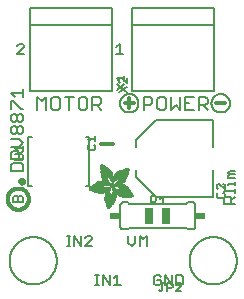
<source format=gbr>
G04 EAGLE Gerber RS-274X export*
G75*
%MOMM*%
%FSLAX34Y34*%
%LPD*%
%INSilkscreen Top*%
%IPPOS*%
%AMOC8*
5,1,8,0,0,1.08239X$1,22.5*%
G01*
%ADD10C,0.127000*%
%ADD11C,0.152400*%
%ADD12C,0.300000*%
%ADD13C,0.304800*%
%ADD14C,0.203200*%
%ADD15R,0.863600X0.609600*%
%ADD16R,0.650000X1.400000*%
%ADD17R,0.050800X0.006300*%
%ADD18R,0.082600X0.006400*%
%ADD19R,0.120600X0.006300*%
%ADD20R,0.139700X0.006400*%
%ADD21R,0.158800X0.006300*%
%ADD22R,0.177800X0.006400*%
%ADD23R,0.196800X0.006300*%
%ADD24R,0.215900X0.006400*%
%ADD25R,0.228600X0.006300*%
%ADD26R,0.241300X0.006400*%
%ADD27R,0.254000X0.006300*%
%ADD28R,0.266700X0.006400*%
%ADD29R,0.279400X0.006300*%
%ADD30R,0.285700X0.006400*%
%ADD31R,0.298400X0.006300*%
%ADD32R,0.311200X0.006400*%
%ADD33R,0.317500X0.006300*%
%ADD34R,0.330200X0.006400*%
%ADD35R,0.336600X0.006300*%
%ADD36R,0.349200X0.006400*%
%ADD37R,0.361900X0.006300*%
%ADD38R,0.368300X0.006400*%
%ADD39R,0.381000X0.006300*%
%ADD40R,0.387300X0.006400*%
%ADD41R,0.393700X0.006300*%
%ADD42R,0.406400X0.006400*%
%ADD43R,0.412700X0.006300*%
%ADD44R,0.419100X0.006400*%
%ADD45R,0.431800X0.006300*%
%ADD46R,0.438100X0.006400*%
%ADD47R,0.450800X0.006300*%
%ADD48R,0.457200X0.006400*%
%ADD49R,0.463500X0.006300*%
%ADD50R,0.476200X0.006400*%
%ADD51R,0.482600X0.006300*%
%ADD52R,0.488900X0.006400*%
%ADD53R,0.501600X0.006300*%
%ADD54R,0.508000X0.006400*%
%ADD55R,0.514300X0.006300*%
%ADD56R,0.527000X0.006400*%
%ADD57R,0.533400X0.006300*%
%ADD58R,0.546100X0.006400*%
%ADD59R,0.552400X0.006300*%
%ADD60R,0.558800X0.006400*%
%ADD61R,0.571500X0.006300*%
%ADD62R,0.577800X0.006400*%
%ADD63R,0.584200X0.006300*%
%ADD64R,0.596900X0.006400*%
%ADD65R,0.603200X0.006300*%
%ADD66R,0.609600X0.006400*%
%ADD67R,0.622300X0.006300*%
%ADD68R,0.628600X0.006400*%
%ADD69R,0.641300X0.006300*%
%ADD70R,0.647700X0.006400*%
%ADD71R,0.063500X0.006300*%
%ADD72R,0.654000X0.006300*%
%ADD73R,0.101600X0.006400*%
%ADD74R,0.666700X0.006400*%
%ADD75R,0.139700X0.006300*%
%ADD76R,0.673100X0.006300*%
%ADD77R,0.165100X0.006400*%
%ADD78R,0.679400X0.006400*%
%ADD79R,0.196900X0.006300*%
%ADD80R,0.692100X0.006300*%
%ADD81R,0.222200X0.006400*%
%ADD82R,0.698500X0.006400*%
%ADD83R,0.247700X0.006300*%
%ADD84R,0.704800X0.006300*%
%ADD85R,0.279400X0.006400*%
%ADD86R,0.717500X0.006400*%
%ADD87R,0.298500X0.006300*%
%ADD88R,0.723900X0.006300*%
%ADD89R,0.736600X0.006400*%
%ADD90R,0.342900X0.006300*%
%ADD91R,0.742900X0.006300*%
%ADD92R,0.374700X0.006400*%
%ADD93R,0.749300X0.006400*%
%ADD94R,0.762000X0.006300*%
%ADD95R,0.412700X0.006400*%
%ADD96R,0.768300X0.006400*%
%ADD97R,0.438100X0.006300*%
%ADD98R,0.774700X0.006300*%
%ADD99R,0.463600X0.006400*%
%ADD100R,0.787400X0.006400*%
%ADD101R,0.793700X0.006300*%
%ADD102R,0.495300X0.006400*%
%ADD103R,0.800100X0.006400*%
%ADD104R,0.520700X0.006300*%
%ADD105R,0.812800X0.006300*%
%ADD106R,0.533400X0.006400*%
%ADD107R,0.819100X0.006400*%
%ADD108R,0.558800X0.006300*%
%ADD109R,0.825500X0.006300*%
%ADD110R,0.577900X0.006400*%
%ADD111R,0.831800X0.006400*%
%ADD112R,0.596900X0.006300*%
%ADD113R,0.844500X0.006300*%
%ADD114R,0.616000X0.006400*%
%ADD115R,0.850900X0.006400*%
%ADD116R,0.635000X0.006300*%
%ADD117R,0.857200X0.006300*%
%ADD118R,0.654100X0.006400*%
%ADD119R,0.863600X0.006400*%
%ADD120R,0.666700X0.006300*%
%ADD121R,0.869900X0.006300*%
%ADD122R,0.685800X0.006400*%
%ADD123R,0.876300X0.006400*%
%ADD124R,0.882600X0.006300*%
%ADD125R,0.723900X0.006400*%
%ADD126R,0.889000X0.006400*%
%ADD127R,0.895300X0.006300*%
%ADD128R,0.755700X0.006400*%
%ADD129R,0.901700X0.006400*%
%ADD130R,0.908000X0.006300*%
%ADD131R,0.793800X0.006400*%
%ADD132R,0.914400X0.006400*%
%ADD133R,0.806400X0.006300*%
%ADD134R,0.920700X0.006300*%
%ADD135R,0.825500X0.006400*%
%ADD136R,0.927100X0.006400*%
%ADD137R,0.933400X0.006300*%
%ADD138R,0.857300X0.006400*%
%ADD139R,0.939800X0.006400*%
%ADD140R,0.870000X0.006300*%
%ADD141R,0.939800X0.006300*%
%ADD142R,0.946100X0.006400*%
%ADD143R,0.952500X0.006300*%
%ADD144R,0.908000X0.006400*%
%ADD145R,0.958800X0.006400*%
%ADD146R,0.965200X0.006300*%
%ADD147R,0.965200X0.006400*%
%ADD148R,0.971500X0.006300*%
%ADD149R,0.952500X0.006400*%
%ADD150R,0.977900X0.006400*%
%ADD151R,0.958800X0.006300*%
%ADD152R,0.984200X0.006300*%
%ADD153R,0.971500X0.006400*%
%ADD154R,0.984200X0.006400*%
%ADD155R,0.990600X0.006300*%
%ADD156R,0.984300X0.006400*%
%ADD157R,0.996900X0.006400*%
%ADD158R,0.997000X0.006300*%
%ADD159R,0.996900X0.006300*%
%ADD160R,1.003300X0.006400*%
%ADD161R,1.016000X0.006300*%
%ADD162R,1.009600X0.006300*%
%ADD163R,1.016000X0.006400*%
%ADD164R,1.009600X0.006400*%
%ADD165R,1.022300X0.006300*%
%ADD166R,1.028700X0.006400*%
%ADD167R,1.035100X0.006300*%
%ADD168R,1.047800X0.006400*%
%ADD169R,1.054100X0.006300*%
%ADD170R,1.028700X0.006300*%
%ADD171R,1.054100X0.006400*%
%ADD172R,1.035000X0.006400*%
%ADD173R,1.060400X0.006300*%
%ADD174R,1.035000X0.006300*%
%ADD175R,1.060500X0.006400*%
%ADD176R,1.041400X0.006400*%
%ADD177R,1.066800X0.006300*%
%ADD178R,1.041400X0.006300*%
%ADD179R,1.079500X0.006400*%
%ADD180R,1.047700X0.006400*%
%ADD181R,1.085900X0.006300*%
%ADD182R,1.047700X0.006300*%
%ADD183R,1.085800X0.006400*%
%ADD184R,1.092200X0.006300*%
%ADD185R,1.085900X0.006400*%
%ADD186R,1.098600X0.006300*%
%ADD187R,1.098600X0.006400*%
%ADD188R,1.060400X0.006400*%
%ADD189R,1.104900X0.006300*%
%ADD190R,1.104900X0.006400*%
%ADD191R,1.066800X0.006400*%
%ADD192R,1.111200X0.006300*%
%ADD193R,1.117600X0.006400*%
%ADD194R,1.117600X0.006300*%
%ADD195R,1.073100X0.006300*%
%ADD196R,1.073100X0.006400*%
%ADD197R,1.124000X0.006300*%
%ADD198R,1.079500X0.006300*%
%ADD199R,1.123900X0.006400*%
%ADD200R,1.130300X0.006300*%
%ADD201R,1.130300X0.006400*%
%ADD202R,1.136700X0.006400*%
%ADD203R,1.136700X0.006300*%
%ADD204R,1.085800X0.006300*%
%ADD205R,1.136600X0.006400*%
%ADD206R,1.136600X0.006300*%
%ADD207R,1.143000X0.006400*%
%ADD208R,1.143000X0.006300*%
%ADD209R,1.149400X0.006300*%
%ADD210R,1.149300X0.006300*%
%ADD211R,1.149300X0.006400*%
%ADD212R,1.149400X0.006400*%
%ADD213R,1.155700X0.006400*%
%ADD214R,1.155700X0.006300*%
%ADD215R,1.060500X0.006300*%
%ADD216R,2.197100X0.006400*%
%ADD217R,2.197100X0.006300*%
%ADD218R,2.184400X0.006300*%
%ADD219R,2.184400X0.006400*%
%ADD220R,2.171700X0.006400*%
%ADD221R,2.171700X0.006300*%
%ADD222R,1.530300X0.006400*%
%ADD223R,1.505000X0.006300*%
%ADD224R,1.492300X0.006400*%
%ADD225R,1.485900X0.006300*%
%ADD226R,0.565200X0.006300*%
%ADD227R,1.473200X0.006400*%
%ADD228R,0.565200X0.006400*%
%ADD229R,1.460500X0.006300*%
%ADD230R,1.454100X0.006400*%
%ADD231R,0.552400X0.006400*%
%ADD232R,1.441500X0.006300*%
%ADD233R,0.546100X0.006300*%
%ADD234R,1.435100X0.006400*%
%ADD235R,0.539800X0.006400*%
%ADD236R,1.428800X0.006300*%
%ADD237R,1.422400X0.006400*%
%ADD238R,1.409700X0.006300*%
%ADD239R,0.527100X0.006300*%
%ADD240R,1.403300X0.006400*%
%ADD241R,0.527100X0.006400*%
%ADD242R,1.390700X0.006300*%
%ADD243R,1.384300X0.006400*%
%ADD244R,0.520700X0.006400*%
%ADD245R,1.384300X0.006300*%
%ADD246R,0.514400X0.006300*%
%ADD247R,1.371600X0.006400*%
%ADD248R,1.365200X0.006300*%
%ADD249R,0.508000X0.006300*%
%ADD250R,1.352600X0.006400*%
%ADD251R,0.501700X0.006400*%
%ADD252R,0.711200X0.006300*%
%ADD253R,0.603300X0.006300*%
%ADD254R,0.501700X0.006300*%
%ADD255R,0.692100X0.006400*%
%ADD256R,0.571500X0.006400*%
%ADD257R,0.679400X0.006300*%
%ADD258R,0.495300X0.006300*%
%ADD259R,0.673100X0.006400*%
%ADD260R,0.666800X0.006300*%
%ADD261R,0.488900X0.006300*%
%ADD262R,0.660400X0.006400*%
%ADD263R,0.482600X0.006400*%
%ADD264R,0.476200X0.006300*%
%ADD265R,0.654000X0.006400*%
%ADD266R,0.469900X0.006400*%
%ADD267R,0.476300X0.006400*%
%ADD268R,0.647700X0.006300*%
%ADD269R,0.457200X0.006300*%
%ADD270R,0.469900X0.006300*%
%ADD271R,0.641300X0.006400*%
%ADD272R,0.444500X0.006400*%
%ADD273R,0.463600X0.006300*%
%ADD274R,0.635000X0.006400*%
%ADD275R,0.463500X0.006400*%
%ADD276R,0.393700X0.006400*%
%ADD277R,0.450800X0.006400*%
%ADD278R,0.628600X0.006300*%
%ADD279R,0.387400X0.006300*%
%ADD280R,0.450900X0.006300*%
%ADD281R,0.628700X0.006400*%
%ADD282R,0.374600X0.006400*%
%ADD283R,0.368300X0.006300*%
%ADD284R,0.438200X0.006300*%
%ADD285R,0.622300X0.006400*%
%ADD286R,0.355600X0.006400*%
%ADD287R,0.431800X0.006400*%
%ADD288R,0.349300X0.006300*%
%ADD289R,0.425400X0.006300*%
%ADD290R,0.615900X0.006300*%
%ADD291R,0.330200X0.006300*%
%ADD292R,0.419100X0.006300*%
%ADD293R,0.616000X0.006300*%
%ADD294R,0.311200X0.006300*%
%ADD295R,0.406400X0.006300*%
%ADD296R,0.615900X0.006400*%
%ADD297R,0.304800X0.006400*%
%ADD298R,0.158800X0.006400*%
%ADD299R,0.609600X0.006300*%
%ADD300R,0.292100X0.006300*%
%ADD301R,0.235000X0.006300*%
%ADD302R,0.387400X0.006400*%
%ADD303R,0.292100X0.006400*%
%ADD304R,0.336500X0.006300*%
%ADD305R,0.260400X0.006300*%
%ADD306R,0.603300X0.006400*%
%ADD307R,0.260400X0.006400*%
%ADD308R,0.362000X0.006400*%
%ADD309R,0.450900X0.006400*%
%ADD310R,0.355600X0.006300*%
%ADD311R,0.342900X0.006400*%
%ADD312R,0.514300X0.006400*%
%ADD313R,0.234900X0.006300*%
%ADD314R,0.539700X0.006300*%
%ADD315R,0.603200X0.006400*%
%ADD316R,0.234900X0.006400*%
%ADD317R,0.920700X0.006400*%
%ADD318R,0.958900X0.006400*%
%ADD319R,0.215900X0.006300*%
%ADD320R,0.209600X0.006400*%
%ADD321R,0.203200X0.006300*%
%ADD322R,1.003300X0.006300*%
%ADD323R,0.203200X0.006400*%
%ADD324R,0.196900X0.006400*%
%ADD325R,0.190500X0.006300*%
%ADD326R,0.190500X0.006400*%
%ADD327R,0.184200X0.006300*%
%ADD328R,0.590500X0.006400*%
%ADD329R,0.184200X0.006400*%
%ADD330R,0.590500X0.006300*%
%ADD331R,0.177800X0.006300*%
%ADD332R,0.584200X0.006400*%
%ADD333R,1.168400X0.006400*%
%ADD334R,0.171500X0.006300*%
%ADD335R,1.187500X0.006300*%
%ADD336R,1.200100X0.006400*%
%ADD337R,0.577800X0.006300*%
%ADD338R,1.212900X0.006300*%
%ADD339R,1.231900X0.006400*%
%ADD340R,1.250900X0.006300*%
%ADD341R,0.565100X0.006400*%
%ADD342R,0.184100X0.006400*%
%ADD343R,1.263700X0.006400*%
%ADD344R,0.565100X0.006300*%
%ADD345R,1.289100X0.006300*%
%ADD346R,1.314400X0.006400*%
%ADD347R,0.552500X0.006300*%
%ADD348R,1.568500X0.006300*%
%ADD349R,0.552500X0.006400*%
%ADD350R,1.581200X0.006400*%
%ADD351R,1.593800X0.006300*%
%ADD352R,1.606500X0.006400*%
%ADD353R,1.619300X0.006300*%
%ADD354R,0.514400X0.006400*%
%ADD355R,1.638300X0.006400*%
%ADD356R,1.657300X0.006300*%
%ADD357R,2.209800X0.006400*%
%ADD358R,2.425700X0.006300*%
%ADD359R,2.470100X0.006400*%
%ADD360R,2.501900X0.006300*%
%ADD361R,2.533700X0.006400*%
%ADD362R,2.559000X0.006300*%
%ADD363R,2.584500X0.006400*%
%ADD364R,2.609900X0.006300*%
%ADD365R,2.628900X0.006400*%
%ADD366R,2.660600X0.006300*%
%ADD367R,2.673400X0.006400*%
%ADD368R,1.422400X0.006300*%
%ADD369R,1.200200X0.006300*%
%ADD370R,1.365300X0.006300*%
%ADD371R,1.365300X0.006400*%
%ADD372R,1.352500X0.006300*%
%ADD373R,1.098500X0.006300*%
%ADD374R,1.358900X0.006400*%
%ADD375R,1.352600X0.006300*%
%ADD376R,1.358900X0.006300*%
%ADD377R,1.371600X0.006300*%
%ADD378R,1.377900X0.006400*%
%ADD379R,1.397000X0.006400*%
%ADD380R,1.403300X0.006300*%
%ADD381R,0.914400X0.006300*%
%ADD382R,0.876300X0.006300*%
%ADD383R,0.374600X0.006300*%
%ADD384R,1.073200X0.006400*%
%ADD385R,0.374700X0.006300*%
%ADD386R,0.844600X0.006400*%
%ADD387R,0.844600X0.006300*%
%ADD388R,0.831900X0.006400*%
%ADD389R,1.092200X0.006400*%
%ADD390R,0.400000X0.006300*%
%ADD391R,0.819200X0.006400*%
%ADD392R,1.111300X0.006400*%
%ADD393R,0.812800X0.006400*%
%ADD394R,0.800100X0.006300*%
%ADD395R,0.476300X0.006300*%
%ADD396R,1.181100X0.006300*%
%ADD397R,0.501600X0.006400*%
%ADD398R,1.193800X0.006400*%
%ADD399R,0.781000X0.006400*%
%ADD400R,1.238200X0.006400*%
%ADD401R,0.781100X0.006300*%
%ADD402R,1.257300X0.006300*%
%ADD403R,1.295400X0.006400*%
%ADD404R,1.333500X0.006300*%
%ADD405R,0.774700X0.006400*%
%ADD406R,1.866900X0.006400*%
%ADD407R,0.209600X0.006300*%
%ADD408R,1.866900X0.006300*%
%ADD409R,0.768400X0.006400*%
%ADD410R,0.209500X0.006400*%
%ADD411R,1.860600X0.006400*%
%ADD412R,0.762000X0.006400*%
%ADD413R,0.768400X0.006300*%
%ADD414R,1.860600X0.006300*%
%ADD415R,1.860500X0.006400*%
%ADD416R,0.222300X0.006300*%
%ADD417R,1.854200X0.006300*%
%ADD418R,0.235000X0.006400*%
%ADD419R,1.854200X0.006400*%
%ADD420R,0.768300X0.006300*%
%ADD421R,0.260300X0.006400*%
%ADD422R,1.847800X0.006400*%
%ADD423R,0.266700X0.006300*%
%ADD424R,1.847800X0.006300*%
%ADD425R,0.273100X0.006400*%
%ADD426R,1.841500X0.006400*%
%ADD427R,0.285800X0.006300*%
%ADD428R,1.841500X0.006300*%
%ADD429R,0.298500X0.006400*%
%ADD430R,1.835100X0.006400*%
%ADD431R,0.781000X0.006300*%
%ADD432R,0.304800X0.006300*%
%ADD433R,1.835100X0.006300*%
%ADD434R,0.317500X0.006400*%
%ADD435R,1.828800X0.006400*%
%ADD436R,0.787400X0.006300*%
%ADD437R,0.323800X0.006300*%
%ADD438R,1.828800X0.006300*%
%ADD439R,0.793700X0.006400*%
%ADD440R,1.822400X0.006400*%
%ADD441R,0.806500X0.006300*%
%ADD442R,1.822400X0.006300*%
%ADD443R,1.816100X0.006400*%
%ADD444R,0.819100X0.006300*%
%ADD445R,0.387300X0.006300*%
%ADD446R,1.816100X0.006300*%
%ADD447R,1.809800X0.006400*%
%ADD448R,1.803400X0.006300*%
%ADD449R,1.797000X0.006400*%
%ADD450R,0.901700X0.006300*%
%ADD451R,1.797000X0.006300*%
%ADD452R,1.441400X0.006400*%
%ADD453R,1.790700X0.006400*%
%ADD454R,1.447800X0.006300*%
%ADD455R,1.784300X0.006300*%
%ADD456R,1.447800X0.006400*%
%ADD457R,1.784300X0.006400*%
%ADD458R,1.454100X0.006300*%
%ADD459R,1.771700X0.006300*%
%ADD460R,1.460500X0.006400*%
%ADD461R,1.759000X0.006400*%
%ADD462R,1.466800X0.006300*%
%ADD463R,1.752600X0.006300*%
%ADD464R,1.466800X0.006400*%
%ADD465R,1.739900X0.006400*%
%ADD466R,1.473200X0.006300*%
%ADD467R,1.727200X0.006300*%
%ADD468R,1.479500X0.006400*%
%ADD469R,1.714500X0.006400*%
%ADD470R,1.695400X0.006300*%
%ADD471R,1.485900X0.006400*%
%ADD472R,1.682700X0.006400*%
%ADD473R,1.492200X0.006300*%
%ADD474R,1.663700X0.006300*%
%ADD475R,1.498600X0.006400*%
%ADD476R,1.644600X0.006400*%
%ADD477R,1.498600X0.006300*%
%ADD478R,1.619200X0.006300*%
%ADD479R,1.511300X0.006400*%
%ADD480R,1.600200X0.006400*%
%ADD481R,1.517700X0.006300*%
%ADD482R,1.574800X0.006300*%
%ADD483R,1.524000X0.006400*%
%ADD484R,1.555800X0.006400*%
%ADD485R,1.524000X0.006300*%
%ADD486R,1.536700X0.006300*%
%ADD487R,1.530400X0.006400*%
%ADD488R,1.517700X0.006400*%
%ADD489R,1.492300X0.006300*%
%ADD490R,1.549400X0.006400*%
%ADD491R,1.479600X0.006400*%
%ADD492R,1.549400X0.006300*%
%ADD493R,1.555700X0.006400*%
%ADD494R,1.562100X0.006300*%
%ADD495R,0.323900X0.006300*%
%ADD496R,1.568400X0.006400*%
%ADD497R,0.336600X0.006400*%
%ADD498R,1.587500X0.006300*%
%ADD499R,0.971600X0.006300*%
%ADD500R,0.349300X0.006400*%
%ADD501R,1.600200X0.006300*%
%ADD502R,0.920800X0.006300*%
%ADD503R,0.882700X0.006400*%
%ADD504R,1.612900X0.006300*%
%ADD505R,0.362000X0.006300*%
%ADD506R,1.625600X0.006400*%
%ADD507R,1.625600X0.006300*%
%ADD508R,1.644600X0.006300*%
%ADD509R,0.736600X0.006300*%
%ADD510R,0.717600X0.006400*%
%ADD511R,1.657400X0.006300*%
%ADD512R,0.679500X0.006300*%
%ADD513R,1.663700X0.006400*%
%ADD514R,0.400000X0.006400*%
%ADD515R,1.676400X0.006300*%
%ADD516R,1.676400X0.006400*%
%ADD517R,0.425500X0.006400*%
%ADD518R,1.352500X0.006400*%
%ADD519R,0.444500X0.006300*%
%ADD520R,0.361900X0.006400*%
%ADD521R,0.088900X0.006300*%
%ADD522R,1.009700X0.006300*%
%ADD523R,1.009700X0.006400*%
%ADD524R,1.022300X0.006400*%
%ADD525R,1.346200X0.006400*%
%ADD526R,1.346200X0.006300*%
%ADD527R,1.339900X0.006400*%
%ADD528R,1.035100X0.006400*%
%ADD529R,1.339800X0.006300*%
%ADD530R,1.333500X0.006400*%
%ADD531R,1.327200X0.006400*%
%ADD532R,1.320800X0.006300*%
%ADD533R,1.314500X0.006400*%
%ADD534R,1.314400X0.006300*%
%ADD535R,1.301700X0.006400*%
%ADD536R,1.295400X0.006300*%
%ADD537R,1.289000X0.006400*%
%ADD538R,1.276300X0.006300*%
%ADD539R,1.251000X0.006300*%
%ADD540R,1.244600X0.006400*%
%ADD541R,1.231900X0.006300*%
%ADD542R,1.212800X0.006400*%
%ADD543R,1.200100X0.006300*%
%ADD544R,1.187400X0.006400*%
%ADD545R,1.168400X0.006300*%
%ADD546R,1.047800X0.006300*%
%ADD547R,0.977900X0.006300*%
%ADD548R,0.946200X0.006400*%
%ADD549R,0.933400X0.006400*%
%ADD550R,0.895300X0.006400*%
%ADD551R,0.882700X0.006300*%
%ADD552R,0.863600X0.006300*%
%ADD553R,0.857200X0.006400*%
%ADD554R,0.850900X0.006300*%
%ADD555R,0.838200X0.006300*%
%ADD556R,0.806500X0.006400*%
%ADD557R,0.717600X0.006300*%
%ADD558R,0.711200X0.006400*%
%ADD559R,0.641400X0.006400*%
%ADD560R,0.641400X0.006300*%
%ADD561R,0.628700X0.006300*%
%ADD562R,0.590600X0.006300*%
%ADD563R,0.539700X0.006400*%
%ADD564R,0.285700X0.006300*%
%ADD565R,0.222200X0.006300*%
%ADD566R,0.171400X0.006300*%
%ADD567R,0.152400X0.006400*%
%ADD568R,0.133400X0.006300*%


D10*
X6341Y100959D02*
X16510Y100959D01*
X16510Y106043D01*
X14815Y107738D01*
X8036Y107738D01*
X6341Y106043D01*
X6341Y100959D01*
X6341Y111484D02*
X16510Y111484D01*
X6341Y111484D02*
X6341Y116568D01*
X8036Y118263D01*
X11426Y118263D01*
X13120Y116568D01*
X13120Y111484D01*
X13120Y114873D02*
X16510Y118263D01*
X13120Y122008D02*
X6341Y122008D01*
X13120Y122008D02*
X16510Y125398D01*
X13120Y128787D01*
X6341Y128787D01*
X8036Y132533D02*
X6341Y134228D01*
X6341Y137617D01*
X8036Y139312D01*
X9731Y139312D01*
X11426Y137617D01*
X13120Y139312D01*
X14815Y139312D01*
X16510Y137617D01*
X16510Y134228D01*
X14815Y132533D01*
X13120Y132533D01*
X11426Y134228D01*
X9731Y132533D01*
X8036Y132533D01*
X11426Y134228D02*
X11426Y137617D01*
X8036Y143057D02*
X6341Y144752D01*
X6341Y148142D01*
X8036Y149836D01*
X9731Y149836D01*
X11426Y148142D01*
X13120Y149836D01*
X14815Y149836D01*
X16510Y148142D01*
X16510Y144752D01*
X14815Y143057D01*
X13120Y143057D01*
X11426Y144752D01*
X9731Y143057D01*
X8036Y143057D01*
X11426Y144752D02*
X11426Y148142D01*
X6341Y153582D02*
X6341Y160361D01*
X8036Y160361D01*
X14815Y153582D01*
X16510Y153582D01*
X9731Y164107D02*
X6341Y167496D01*
X16510Y167496D01*
X16510Y164107D02*
X16510Y170886D01*
X53975Y37465D02*
X56941Y37465D01*
X55458Y37465D02*
X55458Y46363D01*
X53975Y46363D02*
X56941Y46363D01*
X60212Y46363D02*
X60212Y37465D01*
X66144Y37465D02*
X60212Y46363D01*
X66144Y46363D02*
X66144Y37465D01*
X69567Y37465D02*
X75499Y37465D01*
X69567Y37465D02*
X75499Y43397D01*
X75499Y44880D01*
X74016Y46363D01*
X71050Y46363D01*
X69567Y44880D01*
X78105Y4445D02*
X81071Y4445D01*
X79588Y4445D02*
X79588Y13343D01*
X78105Y13343D02*
X81071Y13343D01*
X84342Y13343D02*
X84342Y4445D01*
X90274Y4445D02*
X84342Y13343D01*
X90274Y13343D02*
X90274Y4445D01*
X93697Y10377D02*
X96663Y13343D01*
X96663Y4445D01*
X93697Y4445D02*
X99629Y4445D01*
X132084Y13343D02*
X133567Y11860D01*
X132084Y13343D02*
X129118Y13343D01*
X127635Y11860D01*
X127635Y5928D01*
X129118Y4445D01*
X132084Y4445D01*
X133567Y5928D01*
X133567Y8894D01*
X130601Y8894D01*
X136990Y4445D02*
X136990Y13343D01*
X142922Y4445D01*
X142922Y13343D01*
X146345Y13343D02*
X146345Y4445D01*
X150794Y4445D01*
X152277Y5928D01*
X152277Y11860D01*
X150794Y13343D01*
X146345Y13343D01*
D11*
X118822Y153162D02*
X118822Y164348D01*
X124415Y164348D01*
X126279Y162483D01*
X126279Y158755D01*
X124415Y156891D01*
X118822Y156891D01*
X132380Y164348D02*
X136109Y164348D01*
X132380Y164348D02*
X130516Y162483D01*
X130516Y155026D01*
X132380Y153162D01*
X136109Y153162D01*
X137973Y155026D01*
X137973Y162483D01*
X136109Y164348D01*
X142210Y164348D02*
X142210Y153162D01*
X145938Y156891D01*
X149667Y153162D01*
X149667Y164348D01*
X153904Y164348D02*
X161361Y164348D01*
X153904Y164348D02*
X153904Y153162D01*
X161361Y153162D01*
X157632Y158755D02*
X153904Y158755D01*
X165598Y153162D02*
X165598Y164348D01*
X171191Y164348D01*
X173055Y162483D01*
X173055Y158755D01*
X171191Y156891D01*
X165598Y156891D01*
X169326Y156891D02*
X173055Y153162D01*
X28702Y153162D02*
X28702Y164348D01*
X32431Y160619D01*
X36159Y164348D01*
X36159Y153162D01*
X42260Y164348D02*
X45989Y164348D01*
X42260Y164348D02*
X40396Y162483D01*
X40396Y155026D01*
X42260Y153162D01*
X45989Y153162D01*
X47853Y155026D01*
X47853Y162483D01*
X45989Y164348D01*
X55818Y164348D02*
X55818Y153162D01*
X52090Y164348D02*
X59547Y164348D01*
X65648Y164348D02*
X69377Y164348D01*
X65648Y164348D02*
X63784Y162483D01*
X63784Y155026D01*
X65648Y153162D01*
X69377Y153162D01*
X71241Y155026D01*
X71241Y162483D01*
X69377Y164348D01*
X75478Y164348D02*
X75478Y153162D01*
X75478Y164348D02*
X81071Y164348D01*
X82935Y162483D01*
X82935Y158755D01*
X81071Y156891D01*
X75478Y156891D01*
X79206Y156891D02*
X82935Y153162D01*
D10*
X106045Y46363D02*
X106045Y40431D01*
X109011Y37465D01*
X111977Y40431D01*
X111977Y46363D01*
X115400Y46363D02*
X115400Y37465D01*
X118366Y43397D02*
X115400Y46363D01*
X118366Y43397D02*
X121332Y46363D01*
X121332Y37465D01*
X187317Y73591D02*
X196215Y73591D01*
X187317Y73591D02*
X187317Y78040D01*
X188800Y79523D01*
X191766Y79523D01*
X193249Y78040D01*
X193249Y73591D01*
X193249Y76557D02*
X196215Y79523D01*
X187317Y82946D02*
X187317Y84429D01*
X196215Y84429D01*
X196215Y82946D02*
X196215Y85912D01*
X190283Y89183D02*
X190283Y90666D01*
X196215Y90666D01*
X196215Y89183D02*
X196215Y92149D01*
X187317Y90666D02*
X185834Y90666D01*
X190283Y95420D02*
X196215Y95420D01*
X190283Y95420D02*
X190283Y96903D01*
X191766Y98386D01*
X196215Y98386D01*
X191766Y98386D02*
X190283Y99869D01*
X191766Y101352D01*
X196215Y101352D01*
X95885Y205957D02*
X98851Y208923D01*
X98851Y200025D01*
X95885Y200025D02*
X101817Y200025D01*
X17997Y200025D02*
X12065Y200025D01*
X17997Y205957D01*
X17997Y207440D01*
X16514Y208923D01*
X13548Y208923D01*
X12065Y207440D01*
X20990Y130220D02*
X23990Y130220D01*
X20990Y130220D02*
X20990Y88220D01*
X23990Y88220D01*
X69990Y130220D02*
X72990Y130220D01*
X72990Y88220D01*
X69990Y88220D01*
D12*
X14490Y92220D02*
X14492Y92297D01*
X14498Y92374D01*
X14508Y92451D01*
X14522Y92527D01*
X14539Y92602D01*
X14561Y92676D01*
X14586Y92749D01*
X14616Y92821D01*
X14648Y92891D01*
X14685Y92959D01*
X14724Y93025D01*
X14767Y93089D01*
X14814Y93151D01*
X14863Y93210D01*
X14916Y93267D01*
X14971Y93321D01*
X15029Y93372D01*
X15090Y93420D01*
X15153Y93465D01*
X15218Y93506D01*
X15285Y93544D01*
X15354Y93579D01*
X15425Y93609D01*
X15497Y93637D01*
X15571Y93660D01*
X15645Y93680D01*
X15721Y93696D01*
X15797Y93708D01*
X15874Y93716D01*
X15951Y93720D01*
X16029Y93720D01*
X16106Y93716D01*
X16183Y93708D01*
X16259Y93696D01*
X16335Y93680D01*
X16409Y93660D01*
X16483Y93637D01*
X16555Y93609D01*
X16626Y93579D01*
X16695Y93544D01*
X16762Y93506D01*
X16827Y93465D01*
X16890Y93420D01*
X16951Y93372D01*
X17009Y93321D01*
X17064Y93267D01*
X17117Y93210D01*
X17166Y93151D01*
X17213Y93089D01*
X17256Y93025D01*
X17295Y92959D01*
X17332Y92891D01*
X17364Y92821D01*
X17394Y92749D01*
X17419Y92676D01*
X17441Y92602D01*
X17458Y92527D01*
X17472Y92451D01*
X17482Y92374D01*
X17488Y92297D01*
X17490Y92220D01*
X17488Y92143D01*
X17482Y92066D01*
X17472Y91989D01*
X17458Y91913D01*
X17441Y91838D01*
X17419Y91764D01*
X17394Y91691D01*
X17364Y91619D01*
X17332Y91549D01*
X17295Y91481D01*
X17256Y91415D01*
X17213Y91351D01*
X17166Y91289D01*
X17117Y91230D01*
X17064Y91173D01*
X17009Y91119D01*
X16951Y91068D01*
X16890Y91020D01*
X16827Y90975D01*
X16762Y90934D01*
X16695Y90896D01*
X16626Y90861D01*
X16555Y90831D01*
X16483Y90803D01*
X16409Y90780D01*
X16335Y90760D01*
X16259Y90744D01*
X16183Y90732D01*
X16106Y90724D01*
X16029Y90720D01*
X15951Y90720D01*
X15874Y90724D01*
X15797Y90732D01*
X15721Y90744D01*
X15645Y90760D01*
X15571Y90780D01*
X15497Y90803D01*
X15425Y90831D01*
X15354Y90861D01*
X15285Y90896D01*
X15218Y90934D01*
X15153Y90975D01*
X15090Y91020D01*
X15029Y91068D01*
X14971Y91119D01*
X14916Y91173D01*
X14863Y91230D01*
X14814Y91289D01*
X14767Y91351D01*
X14724Y91415D01*
X14685Y91481D01*
X14648Y91549D01*
X14616Y91619D01*
X14586Y91691D01*
X14561Y91764D01*
X14539Y91838D01*
X14522Y91913D01*
X14508Y91989D01*
X14498Y92066D01*
X14492Y92143D01*
X14490Y92220D01*
D11*
X15856Y110952D02*
X10348Y110952D01*
X15856Y110952D02*
X16958Y112054D01*
X16958Y114257D01*
X15856Y115358D01*
X10348Y115358D01*
X12552Y118436D02*
X10348Y120639D01*
X16958Y120639D01*
X16958Y118436D02*
X16958Y122843D01*
D13*
X82550Y124460D02*
X92710Y124460D01*
D11*
X72470Y123278D02*
X71368Y122177D01*
X71368Y119974D01*
X72470Y118872D01*
X76876Y118872D01*
X77978Y119974D01*
X77978Y122177D01*
X76876Y123278D01*
X73572Y126356D02*
X71368Y128559D01*
X77978Y128559D01*
X77978Y126356D02*
X77978Y130763D01*
D14*
X177280Y102260D02*
X177280Y79260D01*
X129280Y79260D01*
X112280Y96260D01*
X112280Y102260D01*
X112280Y121260D02*
X112280Y127260D01*
X129280Y144260D01*
X177280Y144260D01*
X177280Y121260D01*
D11*
X181850Y82918D02*
X180748Y81817D01*
X180748Y79614D01*
X181850Y78512D01*
X186256Y78512D01*
X187358Y79614D01*
X187358Y81817D01*
X186256Y82918D01*
X187358Y85996D02*
X187358Y90403D01*
X182952Y90403D02*
X187358Y85996D01*
X182952Y90403D02*
X181850Y90403D01*
X180748Y89301D01*
X180748Y87098D01*
X181850Y85996D01*
X162560Y54610D02*
X162558Y54510D01*
X162552Y54411D01*
X162542Y54311D01*
X162529Y54213D01*
X162511Y54114D01*
X162490Y54017D01*
X162465Y53921D01*
X162436Y53825D01*
X162403Y53731D01*
X162367Y53638D01*
X162327Y53547D01*
X162283Y53457D01*
X162236Y53369D01*
X162186Y53283D01*
X162132Y53199D01*
X162075Y53117D01*
X162015Y53038D01*
X161951Y52960D01*
X161885Y52886D01*
X161816Y52814D01*
X161744Y52745D01*
X161670Y52679D01*
X161592Y52615D01*
X161513Y52555D01*
X161431Y52498D01*
X161347Y52444D01*
X161261Y52394D01*
X161173Y52347D01*
X161083Y52303D01*
X160992Y52263D01*
X160899Y52227D01*
X160805Y52194D01*
X160709Y52165D01*
X160613Y52140D01*
X160516Y52119D01*
X160417Y52101D01*
X160319Y52088D01*
X160219Y52078D01*
X160120Y52072D01*
X160020Y52070D01*
X162560Y72390D02*
X162558Y72490D01*
X162552Y72589D01*
X162542Y72689D01*
X162529Y72787D01*
X162511Y72886D01*
X162490Y72983D01*
X162465Y73079D01*
X162436Y73175D01*
X162403Y73269D01*
X162367Y73362D01*
X162327Y73453D01*
X162283Y73543D01*
X162236Y73631D01*
X162186Y73717D01*
X162132Y73801D01*
X162075Y73883D01*
X162015Y73962D01*
X161951Y74040D01*
X161885Y74114D01*
X161816Y74186D01*
X161744Y74255D01*
X161670Y74321D01*
X161592Y74385D01*
X161513Y74445D01*
X161431Y74502D01*
X161347Y74556D01*
X161261Y74606D01*
X161173Y74653D01*
X161083Y74697D01*
X160992Y74737D01*
X160899Y74773D01*
X160805Y74806D01*
X160709Y74835D01*
X160613Y74860D01*
X160516Y74881D01*
X160417Y74899D01*
X160319Y74912D01*
X160219Y74922D01*
X160120Y74928D01*
X160020Y74930D01*
X101600Y74930D02*
X101500Y74928D01*
X101401Y74922D01*
X101301Y74912D01*
X101203Y74899D01*
X101104Y74881D01*
X101007Y74860D01*
X100911Y74835D01*
X100815Y74806D01*
X100721Y74773D01*
X100628Y74737D01*
X100537Y74697D01*
X100447Y74653D01*
X100359Y74606D01*
X100273Y74556D01*
X100189Y74502D01*
X100107Y74445D01*
X100028Y74385D01*
X99950Y74321D01*
X99876Y74255D01*
X99804Y74186D01*
X99735Y74114D01*
X99669Y74040D01*
X99605Y73962D01*
X99545Y73883D01*
X99488Y73801D01*
X99434Y73717D01*
X99384Y73631D01*
X99337Y73543D01*
X99293Y73453D01*
X99253Y73362D01*
X99217Y73269D01*
X99184Y73175D01*
X99155Y73079D01*
X99130Y72983D01*
X99109Y72886D01*
X99091Y72787D01*
X99078Y72689D01*
X99068Y72589D01*
X99062Y72490D01*
X99060Y72390D01*
X99060Y54610D02*
X99062Y54510D01*
X99068Y54411D01*
X99078Y54311D01*
X99091Y54213D01*
X99109Y54114D01*
X99130Y54017D01*
X99155Y53921D01*
X99184Y53825D01*
X99217Y53731D01*
X99253Y53638D01*
X99293Y53547D01*
X99337Y53457D01*
X99384Y53369D01*
X99434Y53283D01*
X99488Y53199D01*
X99545Y53117D01*
X99605Y53038D01*
X99669Y52960D01*
X99735Y52886D01*
X99804Y52814D01*
X99876Y52745D01*
X99950Y52679D01*
X100028Y52615D01*
X100107Y52555D01*
X100189Y52498D01*
X100273Y52444D01*
X100359Y52394D01*
X100447Y52347D01*
X100537Y52303D01*
X100628Y52263D01*
X100721Y52227D01*
X100815Y52194D01*
X100911Y52165D01*
X101007Y52140D01*
X101104Y52119D01*
X101203Y52101D01*
X101301Y52088D01*
X101401Y52078D01*
X101500Y52072D01*
X101600Y52070D01*
X162560Y54610D02*
X162560Y72390D01*
X160020Y52070D02*
X156210Y52070D01*
X154940Y53340D01*
X156210Y74930D02*
X160020Y74930D01*
X156210Y74930D02*
X154940Y73660D01*
X106680Y53340D02*
X105410Y52070D01*
X106680Y53340D02*
X154940Y53340D01*
X106680Y73660D02*
X105410Y74930D01*
X106680Y73660D02*
X154940Y73660D01*
X105410Y52070D02*
X101600Y52070D01*
X101600Y74930D02*
X105410Y74930D01*
X99060Y72390D02*
X99060Y54610D01*
D15*
X94742Y63500D03*
X166878Y63500D03*
D16*
X123496Y63485D03*
X138228Y63485D03*
D11*
X125222Y73152D02*
X125222Y79762D01*
X128527Y79762D01*
X129628Y78660D01*
X129628Y76457D01*
X128527Y75355D01*
X125222Y75355D01*
X127425Y75355D02*
X129628Y73152D01*
X132706Y77558D02*
X134909Y79762D01*
X134909Y73152D01*
X132706Y73152D02*
X137113Y73152D01*
D14*
X92420Y169200D02*
X92420Y225200D01*
X92420Y239200D01*
X22420Y239200D01*
X22420Y225200D01*
X22420Y169200D01*
X92420Y169200D01*
X92420Y225200D02*
X22420Y225200D01*
D11*
X95968Y170152D02*
X102578Y174558D01*
X102578Y170152D02*
X95968Y174558D01*
X98172Y177636D02*
X95968Y179839D01*
X102578Y179839D01*
X102578Y177636D02*
X102578Y182043D01*
D14*
X178780Y169200D02*
X178780Y225200D01*
X178780Y239200D01*
X108780Y239200D01*
X108780Y225200D01*
X108780Y169200D01*
X178780Y169200D01*
X178780Y225200D02*
X108780Y225200D01*
D11*
X104686Y172600D02*
X98076Y168194D01*
X98076Y172600D02*
X104686Y168194D01*
X104686Y175678D02*
X104686Y180084D01*
X104686Y175678D02*
X100280Y180084D01*
X99178Y180084D01*
X98076Y178983D01*
X98076Y176779D01*
X99178Y175678D01*
D14*
X5400Y25400D02*
X5406Y25891D01*
X5424Y26381D01*
X5454Y26871D01*
X5496Y27360D01*
X5550Y27848D01*
X5616Y28335D01*
X5694Y28819D01*
X5784Y29302D01*
X5886Y29782D01*
X5999Y30260D01*
X6124Y30734D01*
X6261Y31206D01*
X6409Y31674D01*
X6569Y32138D01*
X6740Y32598D01*
X6922Y33054D01*
X7116Y33505D01*
X7320Y33951D01*
X7536Y34392D01*
X7762Y34828D01*
X7998Y35258D01*
X8245Y35682D01*
X8503Y36100D01*
X8771Y36511D01*
X9048Y36916D01*
X9336Y37314D01*
X9633Y37705D01*
X9940Y38088D01*
X10256Y38463D01*
X10581Y38831D01*
X10915Y39191D01*
X11258Y39542D01*
X11609Y39885D01*
X11969Y40219D01*
X12337Y40544D01*
X12712Y40860D01*
X13095Y41167D01*
X13486Y41464D01*
X13884Y41752D01*
X14289Y42029D01*
X14700Y42297D01*
X15118Y42555D01*
X15542Y42802D01*
X15972Y43038D01*
X16408Y43264D01*
X16849Y43480D01*
X17295Y43684D01*
X17746Y43878D01*
X18202Y44060D01*
X18662Y44231D01*
X19126Y44391D01*
X19594Y44539D01*
X20066Y44676D01*
X20540Y44801D01*
X21018Y44914D01*
X21498Y45016D01*
X21981Y45106D01*
X22465Y45184D01*
X22952Y45250D01*
X23440Y45304D01*
X23929Y45346D01*
X24419Y45376D01*
X24909Y45394D01*
X25400Y45400D01*
X25891Y45394D01*
X26381Y45376D01*
X26871Y45346D01*
X27360Y45304D01*
X27848Y45250D01*
X28335Y45184D01*
X28819Y45106D01*
X29302Y45016D01*
X29782Y44914D01*
X30260Y44801D01*
X30734Y44676D01*
X31206Y44539D01*
X31674Y44391D01*
X32138Y44231D01*
X32598Y44060D01*
X33054Y43878D01*
X33505Y43684D01*
X33951Y43480D01*
X34392Y43264D01*
X34828Y43038D01*
X35258Y42802D01*
X35682Y42555D01*
X36100Y42297D01*
X36511Y42029D01*
X36916Y41752D01*
X37314Y41464D01*
X37705Y41167D01*
X38088Y40860D01*
X38463Y40544D01*
X38831Y40219D01*
X39191Y39885D01*
X39542Y39542D01*
X39885Y39191D01*
X40219Y38831D01*
X40544Y38463D01*
X40860Y38088D01*
X41167Y37705D01*
X41464Y37314D01*
X41752Y36916D01*
X42029Y36511D01*
X42297Y36100D01*
X42555Y35682D01*
X42802Y35258D01*
X43038Y34828D01*
X43264Y34392D01*
X43480Y33951D01*
X43684Y33505D01*
X43878Y33054D01*
X44060Y32598D01*
X44231Y32138D01*
X44391Y31674D01*
X44539Y31206D01*
X44676Y30734D01*
X44801Y30260D01*
X44914Y29782D01*
X45016Y29302D01*
X45106Y28819D01*
X45184Y28335D01*
X45250Y27848D01*
X45304Y27360D01*
X45346Y26871D01*
X45376Y26381D01*
X45394Y25891D01*
X45400Y25400D01*
X45394Y24909D01*
X45376Y24419D01*
X45346Y23929D01*
X45304Y23440D01*
X45250Y22952D01*
X45184Y22465D01*
X45106Y21981D01*
X45016Y21498D01*
X44914Y21018D01*
X44801Y20540D01*
X44676Y20066D01*
X44539Y19594D01*
X44391Y19126D01*
X44231Y18662D01*
X44060Y18202D01*
X43878Y17746D01*
X43684Y17295D01*
X43480Y16849D01*
X43264Y16408D01*
X43038Y15972D01*
X42802Y15542D01*
X42555Y15118D01*
X42297Y14700D01*
X42029Y14289D01*
X41752Y13884D01*
X41464Y13486D01*
X41167Y13095D01*
X40860Y12712D01*
X40544Y12337D01*
X40219Y11969D01*
X39885Y11609D01*
X39542Y11258D01*
X39191Y10915D01*
X38831Y10581D01*
X38463Y10256D01*
X38088Y9940D01*
X37705Y9633D01*
X37314Y9336D01*
X36916Y9048D01*
X36511Y8771D01*
X36100Y8503D01*
X35682Y8245D01*
X35258Y7998D01*
X34828Y7762D01*
X34392Y7536D01*
X33951Y7320D01*
X33505Y7116D01*
X33054Y6922D01*
X32598Y6740D01*
X32138Y6569D01*
X31674Y6409D01*
X31206Y6261D01*
X30734Y6124D01*
X30260Y5999D01*
X29782Y5886D01*
X29302Y5784D01*
X28819Y5694D01*
X28335Y5616D01*
X27848Y5550D01*
X27360Y5496D01*
X26871Y5454D01*
X26381Y5424D01*
X25891Y5406D01*
X25400Y5400D01*
X24909Y5406D01*
X24419Y5424D01*
X23929Y5454D01*
X23440Y5496D01*
X22952Y5550D01*
X22465Y5616D01*
X21981Y5694D01*
X21498Y5784D01*
X21018Y5886D01*
X20540Y5999D01*
X20066Y6124D01*
X19594Y6261D01*
X19126Y6409D01*
X18662Y6569D01*
X18202Y6740D01*
X17746Y6922D01*
X17295Y7116D01*
X16849Y7320D01*
X16408Y7536D01*
X15972Y7762D01*
X15542Y7998D01*
X15118Y8245D01*
X14700Y8503D01*
X14289Y8771D01*
X13884Y9048D01*
X13486Y9336D01*
X13095Y9633D01*
X12712Y9940D01*
X12337Y10256D01*
X11969Y10581D01*
X11609Y10915D01*
X11258Y11258D01*
X10915Y11609D01*
X10581Y11969D01*
X10256Y12337D01*
X9940Y12712D01*
X9633Y13095D01*
X9336Y13486D01*
X9048Y13884D01*
X8771Y14289D01*
X8503Y14700D01*
X8245Y15118D01*
X7998Y15542D01*
X7762Y15972D01*
X7536Y16408D01*
X7320Y16849D01*
X7116Y17295D01*
X6922Y17746D01*
X6740Y18202D01*
X6569Y18662D01*
X6409Y19126D01*
X6261Y19594D01*
X6124Y20066D01*
X5999Y20540D01*
X5886Y21018D01*
X5784Y21498D01*
X5694Y21981D01*
X5616Y22465D01*
X5550Y22952D01*
X5496Y23440D01*
X5454Y23929D01*
X5424Y24419D01*
X5406Y24909D01*
X5400Y25400D01*
X157800Y25400D02*
X157806Y25891D01*
X157824Y26381D01*
X157854Y26871D01*
X157896Y27360D01*
X157950Y27848D01*
X158016Y28335D01*
X158094Y28819D01*
X158184Y29302D01*
X158286Y29782D01*
X158399Y30260D01*
X158524Y30734D01*
X158661Y31206D01*
X158809Y31674D01*
X158969Y32138D01*
X159140Y32598D01*
X159322Y33054D01*
X159516Y33505D01*
X159720Y33951D01*
X159936Y34392D01*
X160162Y34828D01*
X160398Y35258D01*
X160645Y35682D01*
X160903Y36100D01*
X161171Y36511D01*
X161448Y36916D01*
X161736Y37314D01*
X162033Y37705D01*
X162340Y38088D01*
X162656Y38463D01*
X162981Y38831D01*
X163315Y39191D01*
X163658Y39542D01*
X164009Y39885D01*
X164369Y40219D01*
X164737Y40544D01*
X165112Y40860D01*
X165495Y41167D01*
X165886Y41464D01*
X166284Y41752D01*
X166689Y42029D01*
X167100Y42297D01*
X167518Y42555D01*
X167942Y42802D01*
X168372Y43038D01*
X168808Y43264D01*
X169249Y43480D01*
X169695Y43684D01*
X170146Y43878D01*
X170602Y44060D01*
X171062Y44231D01*
X171526Y44391D01*
X171994Y44539D01*
X172466Y44676D01*
X172940Y44801D01*
X173418Y44914D01*
X173898Y45016D01*
X174381Y45106D01*
X174865Y45184D01*
X175352Y45250D01*
X175840Y45304D01*
X176329Y45346D01*
X176819Y45376D01*
X177309Y45394D01*
X177800Y45400D01*
X178291Y45394D01*
X178781Y45376D01*
X179271Y45346D01*
X179760Y45304D01*
X180248Y45250D01*
X180735Y45184D01*
X181219Y45106D01*
X181702Y45016D01*
X182182Y44914D01*
X182660Y44801D01*
X183134Y44676D01*
X183606Y44539D01*
X184074Y44391D01*
X184538Y44231D01*
X184998Y44060D01*
X185454Y43878D01*
X185905Y43684D01*
X186351Y43480D01*
X186792Y43264D01*
X187228Y43038D01*
X187658Y42802D01*
X188082Y42555D01*
X188500Y42297D01*
X188911Y42029D01*
X189316Y41752D01*
X189714Y41464D01*
X190105Y41167D01*
X190488Y40860D01*
X190863Y40544D01*
X191231Y40219D01*
X191591Y39885D01*
X191942Y39542D01*
X192285Y39191D01*
X192619Y38831D01*
X192944Y38463D01*
X193260Y38088D01*
X193567Y37705D01*
X193864Y37314D01*
X194152Y36916D01*
X194429Y36511D01*
X194697Y36100D01*
X194955Y35682D01*
X195202Y35258D01*
X195438Y34828D01*
X195664Y34392D01*
X195880Y33951D01*
X196084Y33505D01*
X196278Y33054D01*
X196460Y32598D01*
X196631Y32138D01*
X196791Y31674D01*
X196939Y31206D01*
X197076Y30734D01*
X197201Y30260D01*
X197314Y29782D01*
X197416Y29302D01*
X197506Y28819D01*
X197584Y28335D01*
X197650Y27848D01*
X197704Y27360D01*
X197746Y26871D01*
X197776Y26381D01*
X197794Y25891D01*
X197800Y25400D01*
X197794Y24909D01*
X197776Y24419D01*
X197746Y23929D01*
X197704Y23440D01*
X197650Y22952D01*
X197584Y22465D01*
X197506Y21981D01*
X197416Y21498D01*
X197314Y21018D01*
X197201Y20540D01*
X197076Y20066D01*
X196939Y19594D01*
X196791Y19126D01*
X196631Y18662D01*
X196460Y18202D01*
X196278Y17746D01*
X196084Y17295D01*
X195880Y16849D01*
X195664Y16408D01*
X195438Y15972D01*
X195202Y15542D01*
X194955Y15118D01*
X194697Y14700D01*
X194429Y14289D01*
X194152Y13884D01*
X193864Y13486D01*
X193567Y13095D01*
X193260Y12712D01*
X192944Y12337D01*
X192619Y11969D01*
X192285Y11609D01*
X191942Y11258D01*
X191591Y10915D01*
X191231Y10581D01*
X190863Y10256D01*
X190488Y9940D01*
X190105Y9633D01*
X189714Y9336D01*
X189316Y9048D01*
X188911Y8771D01*
X188500Y8503D01*
X188082Y8245D01*
X187658Y7998D01*
X187228Y7762D01*
X186792Y7536D01*
X186351Y7320D01*
X185905Y7116D01*
X185454Y6922D01*
X184998Y6740D01*
X184538Y6569D01*
X184074Y6409D01*
X183606Y6261D01*
X183134Y6124D01*
X182660Y5999D01*
X182182Y5886D01*
X181702Y5784D01*
X181219Y5694D01*
X180735Y5616D01*
X180248Y5550D01*
X179760Y5496D01*
X179271Y5454D01*
X178781Y5424D01*
X178291Y5406D01*
X177800Y5400D01*
X177309Y5406D01*
X176819Y5424D01*
X176329Y5454D01*
X175840Y5496D01*
X175352Y5550D01*
X174865Y5616D01*
X174381Y5694D01*
X173898Y5784D01*
X173418Y5886D01*
X172940Y5999D01*
X172466Y6124D01*
X171994Y6261D01*
X171526Y6409D01*
X171062Y6569D01*
X170602Y6740D01*
X170146Y6922D01*
X169695Y7116D01*
X169249Y7320D01*
X168808Y7536D01*
X168372Y7762D01*
X167942Y7998D01*
X167518Y8245D01*
X167100Y8503D01*
X166689Y8771D01*
X166284Y9048D01*
X165886Y9336D01*
X165495Y9633D01*
X165112Y9940D01*
X164737Y10256D01*
X164369Y10581D01*
X164009Y10915D01*
X163658Y11258D01*
X163315Y11609D01*
X162981Y11969D01*
X162656Y12337D01*
X162340Y12712D01*
X162033Y13095D01*
X161736Y13486D01*
X161448Y13884D01*
X161171Y14289D01*
X160903Y14700D01*
X160645Y15118D01*
X160398Y15542D01*
X160162Y15972D01*
X159936Y16408D01*
X159720Y16849D01*
X159516Y17295D01*
X159322Y17746D01*
X159140Y18202D01*
X158969Y18662D01*
X158809Y19126D01*
X158661Y19594D01*
X158524Y20066D01*
X158399Y20540D01*
X158286Y21018D01*
X158184Y21498D01*
X158094Y21981D01*
X158016Y22465D01*
X157950Y22952D01*
X157896Y23440D01*
X157854Y23929D01*
X157824Y24419D01*
X157806Y24909D01*
X157800Y25400D01*
D13*
X106680Y154781D02*
X106680Y162718D01*
X102712Y158750D02*
X110648Y158750D01*
D14*
X98863Y158750D02*
X98865Y158942D01*
X98872Y159134D01*
X98884Y159325D01*
X98901Y159516D01*
X98922Y159707D01*
X98948Y159897D01*
X98978Y160086D01*
X99013Y160275D01*
X99053Y160463D01*
X99097Y160649D01*
X99146Y160835D01*
X99200Y161019D01*
X99258Y161202D01*
X99320Y161383D01*
X99387Y161563D01*
X99458Y161741D01*
X99534Y161918D01*
X99614Y162092D01*
X99698Y162265D01*
X99786Y162435D01*
X99879Y162603D01*
X99975Y162769D01*
X100076Y162932D01*
X100180Y163093D01*
X100289Y163251D01*
X100401Y163407D01*
X100517Y163559D01*
X100637Y163709D01*
X100761Y163856D01*
X100888Y164000D01*
X101019Y164140D01*
X101153Y164277D01*
X101290Y164411D01*
X101430Y164542D01*
X101574Y164669D01*
X101721Y164793D01*
X101871Y164913D01*
X102023Y165029D01*
X102179Y165141D01*
X102337Y165250D01*
X102498Y165354D01*
X102661Y165455D01*
X102827Y165551D01*
X102995Y165644D01*
X103165Y165732D01*
X103338Y165816D01*
X103512Y165896D01*
X103689Y165972D01*
X103867Y166043D01*
X104047Y166110D01*
X104228Y166172D01*
X104411Y166230D01*
X104595Y166284D01*
X104781Y166333D01*
X104967Y166377D01*
X105155Y166417D01*
X105344Y166452D01*
X105533Y166482D01*
X105723Y166508D01*
X105914Y166529D01*
X106105Y166546D01*
X106296Y166558D01*
X106488Y166565D01*
X106680Y166567D01*
X106872Y166565D01*
X107064Y166558D01*
X107255Y166546D01*
X107446Y166529D01*
X107637Y166508D01*
X107827Y166482D01*
X108016Y166452D01*
X108205Y166417D01*
X108393Y166377D01*
X108579Y166333D01*
X108765Y166284D01*
X108949Y166230D01*
X109132Y166172D01*
X109313Y166110D01*
X109493Y166043D01*
X109671Y165972D01*
X109848Y165896D01*
X110022Y165816D01*
X110195Y165732D01*
X110365Y165644D01*
X110533Y165551D01*
X110699Y165455D01*
X110862Y165354D01*
X111023Y165250D01*
X111181Y165141D01*
X111337Y165029D01*
X111489Y164913D01*
X111639Y164793D01*
X111786Y164669D01*
X111930Y164542D01*
X112070Y164411D01*
X112207Y164277D01*
X112341Y164140D01*
X112472Y164000D01*
X112599Y163856D01*
X112723Y163709D01*
X112843Y163559D01*
X112959Y163407D01*
X113071Y163251D01*
X113180Y163093D01*
X113284Y162932D01*
X113385Y162769D01*
X113481Y162603D01*
X113574Y162435D01*
X113662Y162265D01*
X113746Y162092D01*
X113826Y161918D01*
X113902Y161741D01*
X113973Y161563D01*
X114040Y161383D01*
X114102Y161202D01*
X114160Y161019D01*
X114214Y160835D01*
X114263Y160649D01*
X114307Y160463D01*
X114347Y160275D01*
X114382Y160086D01*
X114412Y159897D01*
X114438Y159707D01*
X114459Y159516D01*
X114476Y159325D01*
X114488Y159134D01*
X114495Y158942D01*
X114497Y158750D01*
X114495Y158558D01*
X114488Y158366D01*
X114476Y158175D01*
X114459Y157984D01*
X114438Y157793D01*
X114412Y157603D01*
X114382Y157414D01*
X114347Y157225D01*
X114307Y157037D01*
X114263Y156851D01*
X114214Y156665D01*
X114160Y156481D01*
X114102Y156298D01*
X114040Y156117D01*
X113973Y155937D01*
X113902Y155759D01*
X113826Y155582D01*
X113746Y155408D01*
X113662Y155235D01*
X113574Y155065D01*
X113481Y154897D01*
X113385Y154731D01*
X113284Y154568D01*
X113180Y154407D01*
X113071Y154249D01*
X112959Y154093D01*
X112843Y153941D01*
X112723Y153791D01*
X112599Y153644D01*
X112472Y153500D01*
X112341Y153360D01*
X112207Y153223D01*
X112070Y153089D01*
X111930Y152958D01*
X111786Y152831D01*
X111639Y152707D01*
X111489Y152587D01*
X111337Y152471D01*
X111181Y152359D01*
X111023Y152250D01*
X110862Y152146D01*
X110699Y152045D01*
X110533Y151949D01*
X110365Y151856D01*
X110195Y151768D01*
X110022Y151684D01*
X109848Y151604D01*
X109671Y151528D01*
X109493Y151457D01*
X109313Y151390D01*
X109132Y151328D01*
X108949Y151270D01*
X108765Y151216D01*
X108579Y151167D01*
X108393Y151123D01*
X108205Y151083D01*
X108016Y151048D01*
X107827Y151018D01*
X107637Y150992D01*
X107446Y150971D01*
X107255Y150954D01*
X107064Y150942D01*
X106872Y150935D01*
X106680Y150933D01*
X106488Y150935D01*
X106296Y150942D01*
X106105Y150954D01*
X105914Y150971D01*
X105723Y150992D01*
X105533Y151018D01*
X105344Y151048D01*
X105155Y151083D01*
X104967Y151123D01*
X104781Y151167D01*
X104595Y151216D01*
X104411Y151270D01*
X104228Y151328D01*
X104047Y151390D01*
X103867Y151457D01*
X103689Y151528D01*
X103512Y151604D01*
X103338Y151684D01*
X103165Y151768D01*
X102995Y151856D01*
X102827Y151949D01*
X102661Y152045D01*
X102498Y152146D01*
X102337Y152250D01*
X102179Y152359D01*
X102023Y152471D01*
X101871Y152587D01*
X101721Y152707D01*
X101574Y152831D01*
X101430Y152958D01*
X101290Y153089D01*
X101153Y153223D01*
X101019Y153360D01*
X100888Y153500D01*
X100761Y153644D01*
X100637Y153791D01*
X100517Y153941D01*
X100401Y154093D01*
X100289Y154249D01*
X100180Y154407D01*
X100076Y154568D01*
X99975Y154731D01*
X99879Y154897D01*
X99786Y155065D01*
X99698Y155235D01*
X99614Y155408D01*
X99534Y155582D01*
X99458Y155759D01*
X99387Y155937D01*
X99320Y156117D01*
X99258Y156298D01*
X99200Y156481D01*
X99146Y156665D01*
X99097Y156851D01*
X99053Y157037D01*
X99013Y157225D01*
X98978Y157414D01*
X98948Y157603D01*
X98922Y157793D01*
X98901Y157984D01*
X98884Y158175D01*
X98872Y158366D01*
X98865Y158558D01*
X98863Y158750D01*
D13*
X180182Y158750D02*
X188119Y158750D01*
D14*
X176333Y158750D02*
X176335Y158942D01*
X176342Y159134D01*
X176354Y159325D01*
X176371Y159516D01*
X176392Y159707D01*
X176418Y159897D01*
X176448Y160086D01*
X176483Y160275D01*
X176523Y160463D01*
X176567Y160649D01*
X176616Y160835D01*
X176670Y161019D01*
X176728Y161202D01*
X176790Y161383D01*
X176857Y161563D01*
X176928Y161741D01*
X177004Y161918D01*
X177084Y162092D01*
X177168Y162265D01*
X177256Y162435D01*
X177349Y162603D01*
X177445Y162769D01*
X177546Y162932D01*
X177650Y163093D01*
X177759Y163251D01*
X177871Y163407D01*
X177987Y163559D01*
X178107Y163709D01*
X178231Y163856D01*
X178358Y164000D01*
X178489Y164140D01*
X178623Y164277D01*
X178760Y164411D01*
X178900Y164542D01*
X179044Y164669D01*
X179191Y164793D01*
X179341Y164913D01*
X179493Y165029D01*
X179649Y165141D01*
X179807Y165250D01*
X179968Y165354D01*
X180131Y165455D01*
X180297Y165551D01*
X180465Y165644D01*
X180635Y165732D01*
X180808Y165816D01*
X180982Y165896D01*
X181159Y165972D01*
X181337Y166043D01*
X181517Y166110D01*
X181698Y166172D01*
X181881Y166230D01*
X182065Y166284D01*
X182251Y166333D01*
X182437Y166377D01*
X182625Y166417D01*
X182814Y166452D01*
X183003Y166482D01*
X183193Y166508D01*
X183384Y166529D01*
X183575Y166546D01*
X183766Y166558D01*
X183958Y166565D01*
X184150Y166567D01*
X184342Y166565D01*
X184534Y166558D01*
X184725Y166546D01*
X184916Y166529D01*
X185107Y166508D01*
X185297Y166482D01*
X185486Y166452D01*
X185675Y166417D01*
X185863Y166377D01*
X186049Y166333D01*
X186235Y166284D01*
X186419Y166230D01*
X186602Y166172D01*
X186783Y166110D01*
X186963Y166043D01*
X187141Y165972D01*
X187318Y165896D01*
X187492Y165816D01*
X187665Y165732D01*
X187835Y165644D01*
X188003Y165551D01*
X188169Y165455D01*
X188332Y165354D01*
X188493Y165250D01*
X188651Y165141D01*
X188807Y165029D01*
X188959Y164913D01*
X189109Y164793D01*
X189256Y164669D01*
X189400Y164542D01*
X189540Y164411D01*
X189677Y164277D01*
X189811Y164140D01*
X189942Y164000D01*
X190069Y163856D01*
X190193Y163709D01*
X190313Y163559D01*
X190429Y163407D01*
X190541Y163251D01*
X190650Y163093D01*
X190754Y162932D01*
X190855Y162769D01*
X190951Y162603D01*
X191044Y162435D01*
X191132Y162265D01*
X191216Y162092D01*
X191296Y161918D01*
X191372Y161741D01*
X191443Y161563D01*
X191510Y161383D01*
X191572Y161202D01*
X191630Y161019D01*
X191684Y160835D01*
X191733Y160649D01*
X191777Y160463D01*
X191817Y160275D01*
X191852Y160086D01*
X191882Y159897D01*
X191908Y159707D01*
X191929Y159516D01*
X191946Y159325D01*
X191958Y159134D01*
X191965Y158942D01*
X191967Y158750D01*
X191965Y158558D01*
X191958Y158366D01*
X191946Y158175D01*
X191929Y157984D01*
X191908Y157793D01*
X191882Y157603D01*
X191852Y157414D01*
X191817Y157225D01*
X191777Y157037D01*
X191733Y156851D01*
X191684Y156665D01*
X191630Y156481D01*
X191572Y156298D01*
X191510Y156117D01*
X191443Y155937D01*
X191372Y155759D01*
X191296Y155582D01*
X191216Y155408D01*
X191132Y155235D01*
X191044Y155065D01*
X190951Y154897D01*
X190855Y154731D01*
X190754Y154568D01*
X190650Y154407D01*
X190541Y154249D01*
X190429Y154093D01*
X190313Y153941D01*
X190193Y153791D01*
X190069Y153644D01*
X189942Y153500D01*
X189811Y153360D01*
X189677Y153223D01*
X189540Y153089D01*
X189400Y152958D01*
X189256Y152831D01*
X189109Y152707D01*
X188959Y152587D01*
X188807Y152471D01*
X188651Y152359D01*
X188493Y152250D01*
X188332Y152146D01*
X188169Y152045D01*
X188003Y151949D01*
X187835Y151856D01*
X187665Y151768D01*
X187492Y151684D01*
X187318Y151604D01*
X187141Y151528D01*
X186963Y151457D01*
X186783Y151390D01*
X186602Y151328D01*
X186419Y151270D01*
X186235Y151216D01*
X186049Y151167D01*
X185863Y151123D01*
X185675Y151083D01*
X185486Y151048D01*
X185297Y151018D01*
X185107Y150992D01*
X184916Y150971D01*
X184725Y150954D01*
X184534Y150942D01*
X184342Y150935D01*
X184150Y150933D01*
X183958Y150935D01*
X183766Y150942D01*
X183575Y150954D01*
X183384Y150971D01*
X183193Y150992D01*
X183003Y151018D01*
X182814Y151048D01*
X182625Y151083D01*
X182437Y151123D01*
X182251Y151167D01*
X182065Y151216D01*
X181881Y151270D01*
X181698Y151328D01*
X181517Y151390D01*
X181337Y151457D01*
X181159Y151528D01*
X180982Y151604D01*
X180808Y151684D01*
X180635Y151768D01*
X180465Y151856D01*
X180297Y151949D01*
X180131Y152045D01*
X179968Y152146D01*
X179807Y152250D01*
X179649Y152359D01*
X179493Y152471D01*
X179341Y152587D01*
X179191Y152707D01*
X179044Y152831D01*
X178900Y152958D01*
X178760Y153089D01*
X178623Y153223D01*
X178489Y153360D01*
X178358Y153500D01*
X178231Y153644D01*
X178107Y153791D01*
X177987Y153941D01*
X177871Y154093D01*
X177759Y154249D01*
X177650Y154407D01*
X177546Y154568D01*
X177445Y154731D01*
X177349Y154897D01*
X177256Y155065D01*
X177168Y155235D01*
X177084Y155408D01*
X177004Y155582D01*
X176928Y155759D01*
X176857Y155937D01*
X176790Y156117D01*
X176728Y156298D01*
X176670Y156481D01*
X176616Y156665D01*
X176567Y156851D01*
X176523Y157037D01*
X176483Y157225D01*
X176448Y157414D01*
X176418Y157603D01*
X176392Y157793D01*
X176371Y157984D01*
X176354Y158175D01*
X176342Y158366D01*
X176335Y158558D01*
X176333Y158750D01*
D17*
X83852Y106490D03*
D18*
X83820Y106426D03*
D19*
X83820Y106363D03*
D20*
X83852Y106299D03*
D21*
X83820Y106236D03*
D22*
X83852Y106172D03*
D23*
X83820Y106109D03*
D24*
X83852Y106045D03*
D25*
X83852Y105982D03*
D26*
X83916Y105918D03*
D27*
X83915Y105855D03*
D28*
X83979Y105791D03*
D29*
X83979Y105728D03*
D30*
X84011Y105664D03*
D31*
X84074Y105601D03*
D32*
X84074Y105537D03*
D33*
X84106Y105474D03*
D34*
X84169Y105410D03*
D35*
X84201Y105347D03*
D36*
X84201Y105283D03*
D37*
X84265Y105220D03*
D38*
X84297Y105156D03*
D39*
X84360Y105093D03*
D40*
X84392Y105029D03*
D41*
X84424Y104966D03*
D42*
X84487Y104902D03*
D43*
X84519Y104839D03*
D44*
X84551Y104775D03*
D45*
X84614Y104712D03*
D46*
X84646Y104648D03*
D47*
X84709Y104585D03*
D48*
X84741Y104521D03*
D49*
X84773Y104458D03*
D50*
X84836Y104394D03*
D51*
X84868Y104331D03*
D52*
X84900Y104267D03*
D53*
X84963Y104204D03*
D54*
X84995Y104140D03*
D55*
X85027Y104077D03*
D56*
X85090Y104013D03*
D57*
X85122Y103950D03*
D58*
X85186Y103886D03*
D59*
X85217Y103823D03*
D60*
X85249Y103759D03*
D61*
X85313Y103696D03*
D62*
X85344Y103632D03*
D63*
X85376Y103569D03*
D64*
X85440Y103505D03*
D65*
X85471Y103442D03*
D66*
X85503Y103378D03*
D67*
X85567Y103315D03*
D68*
X85598Y103251D03*
D69*
X85662Y103188D03*
D70*
X85694Y103124D03*
D71*
X105506Y103061D03*
D72*
X85725Y103061D03*
D73*
X105505Y102997D03*
D74*
X85789Y102997D03*
D75*
X105442Y102934D03*
D76*
X85821Y102934D03*
D77*
X105379Y102870D03*
D78*
X85852Y102870D03*
D79*
X105347Y102807D03*
D80*
X85916Y102807D03*
D81*
X105283Y102743D03*
D82*
X85948Y102743D03*
D83*
X105220Y102680D03*
D84*
X85979Y102680D03*
D85*
X105124Y102616D03*
D86*
X86043Y102616D03*
D87*
X105093Y102553D03*
D88*
X86075Y102553D03*
D34*
X104997Y102489D03*
D89*
X86138Y102489D03*
D90*
X104934Y102426D03*
D91*
X86170Y102426D03*
D92*
X104839Y102362D03*
D93*
X86202Y102362D03*
D41*
X104744Y102299D03*
D94*
X86265Y102299D03*
D95*
X104712Y102235D03*
D96*
X86297Y102235D03*
D97*
X104585Y102172D03*
D98*
X86329Y102172D03*
D99*
X104521Y102108D03*
D100*
X86392Y102108D03*
D51*
X104426Y102045D03*
D101*
X86424Y102045D03*
D102*
X104363Y101981D03*
D103*
X86456Y101981D03*
D104*
X104236Y101918D03*
D105*
X86519Y101918D03*
D106*
X104172Y101854D03*
D107*
X86551Y101854D03*
D108*
X104045Y101791D03*
D109*
X86583Y101791D03*
D110*
X103950Y101727D03*
D111*
X86614Y101727D03*
D112*
X103855Y101664D03*
D113*
X86678Y101664D03*
D114*
X103759Y101600D03*
D115*
X86710Y101600D03*
D116*
X103664Y101537D03*
D117*
X86741Y101537D03*
D118*
X103569Y101473D03*
D119*
X86773Y101473D03*
D120*
X103442Y101410D03*
D121*
X86805Y101410D03*
D122*
X103346Y101346D03*
D123*
X86837Y101346D03*
D84*
X103251Y101283D03*
D124*
X86868Y101283D03*
D125*
X103156Y101219D03*
D126*
X86900Y101219D03*
D91*
X103061Y101156D03*
D127*
X86932Y101156D03*
D128*
X102934Y101092D03*
D129*
X86964Y101092D03*
D98*
X102839Y101029D03*
D130*
X86995Y101029D03*
D131*
X102743Y100965D03*
D132*
X87027Y100965D03*
D133*
X102616Y100902D03*
D134*
X87059Y100902D03*
D135*
X102521Y100838D03*
D136*
X87091Y100838D03*
D113*
X102426Y100775D03*
D137*
X87122Y100775D03*
D138*
X102299Y100711D03*
D139*
X87154Y100711D03*
D140*
X102235Y100648D03*
D141*
X87154Y100648D03*
D126*
X102140Y100584D03*
D142*
X87186Y100584D03*
D127*
X102045Y100521D03*
D143*
X87218Y100521D03*
D144*
X101981Y100457D03*
D145*
X87249Y100457D03*
D134*
X101918Y100394D03*
D146*
X87281Y100394D03*
D136*
X101823Y100330D03*
D147*
X87281Y100330D03*
D141*
X101759Y100267D03*
D148*
X87313Y100267D03*
D149*
X101696Y100203D03*
D150*
X87345Y100203D03*
D151*
X101600Y100140D03*
D152*
X87376Y100140D03*
D153*
X101537Y100076D03*
D154*
X87376Y100076D03*
D152*
X101473Y100013D03*
D155*
X87408Y100013D03*
D156*
X101410Y99949D03*
D157*
X87440Y99949D03*
D158*
X101346Y99886D03*
D159*
X87440Y99886D03*
D160*
X101315Y99822D03*
X87472Y99822D03*
D161*
X101251Y99759D03*
D162*
X87503Y99759D03*
D163*
X101187Y99695D03*
D164*
X87503Y99695D03*
D165*
X101156Y99632D03*
D161*
X87535Y99632D03*
D166*
X101061Y99568D03*
D163*
X87535Y99568D03*
D167*
X101029Y99505D03*
D165*
X87567Y99505D03*
D168*
X100965Y99441D03*
D166*
X87599Y99441D03*
D169*
X100934Y99378D03*
D170*
X87599Y99378D03*
D171*
X100870Y99314D03*
D172*
X87630Y99314D03*
D173*
X100838Y99251D03*
D174*
X87630Y99251D03*
D175*
X100775Y99187D03*
D176*
X87662Y99187D03*
D177*
X100743Y99124D03*
D178*
X87662Y99124D03*
D179*
X100680Y99060D03*
D180*
X87694Y99060D03*
D181*
X100648Y98997D03*
D182*
X87694Y98997D03*
D183*
X100584Y98933D03*
D171*
X87726Y98933D03*
D184*
X100552Y98870D03*
D169*
X87726Y98870D03*
D185*
X100521Y98806D03*
D171*
X87726Y98806D03*
D186*
X100457Y98743D03*
D173*
X87757Y98743D03*
D187*
X100457Y98679D03*
D188*
X87757Y98679D03*
D189*
X100426Y98616D03*
D177*
X87789Y98616D03*
D190*
X100362Y98552D03*
D191*
X87789Y98552D03*
D192*
X100330Y98489D03*
D177*
X87789Y98489D03*
D193*
X100298Y98425D03*
D191*
X87789Y98425D03*
D194*
X100235Y98362D03*
D195*
X87821Y98362D03*
D193*
X100235Y98298D03*
D196*
X87821Y98298D03*
D197*
X100203Y98235D03*
D198*
X87853Y98235D03*
D199*
X100140Y98171D03*
D179*
X87853Y98171D03*
D200*
X100108Y98108D03*
D198*
X87853Y98108D03*
D201*
X100108Y98044D03*
D179*
X87853Y98044D03*
D200*
X100045Y97981D03*
D198*
X87853Y97981D03*
D202*
X100013Y97917D03*
D183*
X87884Y97917D03*
D203*
X100013Y97854D03*
D204*
X87884Y97854D03*
D205*
X99949Y97790D03*
D179*
X87916Y97790D03*
D206*
X99949Y97727D03*
D198*
X87916Y97727D03*
D207*
X99917Y97663D03*
D185*
X87948Y97663D03*
D208*
X99854Y97600D03*
D181*
X87948Y97600D03*
D207*
X99854Y97536D03*
D185*
X87948Y97536D03*
D209*
X99822Y97473D03*
D181*
X87948Y97473D03*
D207*
X99790Y97409D03*
D185*
X87948Y97409D03*
D210*
X99759Y97346D03*
D181*
X87948Y97346D03*
D211*
X99759Y97282D03*
D185*
X87948Y97282D03*
D209*
X99695Y97219D03*
D181*
X87948Y97219D03*
D212*
X99695Y97155D03*
D185*
X87948Y97155D03*
D209*
X99695Y97092D03*
D204*
X88011Y97092D03*
D211*
X99632Y97028D03*
D183*
X88011Y97028D03*
D210*
X99632Y96965D03*
D204*
X88011Y96965D03*
D213*
X99600Y96901D03*
D183*
X88011Y96901D03*
D209*
X99568Y96838D03*
D204*
X88011Y96838D03*
D212*
X99568Y96774D03*
D183*
X88011Y96774D03*
D214*
X99537Y96711D03*
D204*
X88011Y96711D03*
D211*
X99505Y96647D03*
D183*
X88011Y96647D03*
D210*
X99505Y96584D03*
D198*
X88043Y96584D03*
D213*
X99473Y96520D03*
D179*
X88043Y96520D03*
D209*
X99441Y96457D03*
D198*
X88043Y96457D03*
D212*
X99441Y96393D03*
D179*
X88043Y96393D03*
D209*
X99441Y96330D03*
D198*
X88043Y96330D03*
D211*
X99378Y96266D03*
D196*
X88075Y96266D03*
D210*
X99378Y96203D03*
D195*
X88075Y96203D03*
D211*
X99378Y96139D03*
D191*
X88043Y96139D03*
D209*
X99314Y96076D03*
D177*
X88043Y96076D03*
D212*
X99314Y96012D03*
D191*
X88043Y96012D03*
D209*
X99314Y95949D03*
D215*
X88075Y95949D03*
D207*
X99282Y95885D03*
D175*
X88075Y95885D03*
D210*
X99251Y95822D03*
D215*
X88075Y95822D03*
D211*
X99251Y95758D03*
D171*
X88107Y95758D03*
D208*
X99219Y95695D03*
D169*
X88107Y95695D03*
D212*
X99187Y95631D03*
D171*
X88107Y95631D03*
D209*
X99187Y95568D03*
D169*
X88107Y95568D03*
D216*
X93885Y95504D03*
D217*
X93885Y95441D03*
D216*
X93885Y95377D03*
D218*
X93885Y95314D03*
D219*
X93885Y95250D03*
D218*
X93885Y95187D03*
D220*
X93885Y95123D03*
D221*
X93885Y95060D03*
D222*
X97092Y94996D03*
D64*
X86075Y94996D03*
D223*
X97155Y94933D03*
D63*
X86011Y94933D03*
D224*
X97219Y94869D03*
D62*
X85979Y94869D03*
D225*
X97251Y94806D03*
D226*
X85979Y94806D03*
D227*
X97314Y94742D03*
D228*
X85979Y94742D03*
D229*
X97314Y94679D03*
D59*
X85979Y94679D03*
D230*
X97346Y94615D03*
D231*
X85979Y94615D03*
D232*
X97346Y94552D03*
D233*
X86011Y94552D03*
D234*
X97378Y94488D03*
D235*
X85979Y94488D03*
D236*
X97409Y94425D03*
D57*
X86011Y94425D03*
D237*
X97441Y94361D03*
D106*
X86011Y94361D03*
D238*
X97441Y94298D03*
D239*
X86043Y94298D03*
D240*
X97473Y94234D03*
D241*
X86043Y94234D03*
D242*
X97473Y94171D03*
D104*
X86075Y94171D03*
D243*
X97505Y94107D03*
D244*
X86075Y94107D03*
D245*
X97505Y94044D03*
D246*
X86106Y94044D03*
D247*
X97504Y93980D03*
D54*
X86138Y93980D03*
D248*
X97536Y93917D03*
D249*
X86138Y93917D03*
D250*
X97536Y93853D03*
D251*
X86170Y93853D03*
D252*
X100743Y93790D03*
D253*
X93790Y93790D03*
D254*
X86170Y93790D03*
D255*
X100775Y93726D03*
D256*
X93695Y93726D03*
D102*
X86202Y93726D03*
D257*
X100838Y93663D03*
D233*
X93631Y93663D03*
D258*
X86265Y93663D03*
D259*
X100807Y93599D03*
D106*
X93567Y93599D03*
D52*
X86297Y93599D03*
D260*
X100838Y93536D03*
D55*
X93536Y93536D03*
D261*
X86297Y93536D03*
D262*
X100870Y93472D03*
D102*
X93504Y93472D03*
D263*
X86328Y93472D03*
D72*
X100838Y93409D03*
D51*
X93440Y93409D03*
D264*
X86360Y93409D03*
D265*
X100838Y93345D03*
D266*
X93441Y93345D03*
D267*
X86424Y93345D03*
D268*
X100807Y93282D03*
D269*
X93377Y93282D03*
D270*
X86456Y93282D03*
D271*
X100775Y93218D03*
D272*
X93377Y93218D03*
D266*
X86456Y93218D03*
D69*
X100775Y93155D03*
D45*
X93313Y93155D03*
D273*
X86487Y93155D03*
D274*
X100743Y93091D03*
D44*
X93314Y93091D03*
D275*
X86551Y93091D03*
D116*
X100743Y93028D03*
D43*
X93282Y93028D03*
D269*
X86582Y93028D03*
D68*
X100711Y92964D03*
D276*
X93250Y92964D03*
D277*
X86614Y92964D03*
D278*
X100711Y92901D03*
D279*
X93218Y92901D03*
D280*
X86678Y92901D03*
D281*
X100648Y92837D03*
D282*
X93218Y92837D03*
D272*
X86710Y92837D03*
D67*
X100616Y92774D03*
D283*
X93187Y92774D03*
D284*
X86741Y92774D03*
D285*
X100616Y92710D03*
D286*
X93186Y92710D03*
D287*
X86836Y92710D03*
D67*
X100553Y92647D03*
D288*
X93155Y92647D03*
D289*
X86868Y92647D03*
D285*
X100553Y92583D03*
D34*
X93123Y92583D03*
D44*
X86900Y92583D03*
D290*
X100521Y92520D03*
D291*
X93123Y92520D03*
D292*
X86964Y92520D03*
D114*
X100457Y92456D03*
D32*
X93091Y92456D03*
D42*
X87027Y92456D03*
D293*
X100457Y92393D03*
D294*
X93091Y92393D03*
D295*
X87090Y92393D03*
D296*
X100394Y92329D03*
D297*
X93059Y92329D03*
D276*
X87154Y92329D03*
D298*
X83185Y92329D03*
D299*
X100362Y92266D03*
D300*
X93060Y92266D03*
D41*
X87218Y92266D03*
D301*
X83185Y92266D03*
D114*
X100330Y92202D03*
D30*
X93028Y92202D03*
D302*
X87249Y92202D03*
D303*
X83154Y92202D03*
D290*
X100267Y92139D03*
D29*
X92996Y92139D03*
D39*
X87344Y92139D03*
D304*
X83122Y92139D03*
D66*
X100235Y92075D03*
D28*
X92996Y92075D03*
D282*
X87376Y92075D03*
D92*
X83122Y92075D03*
D299*
X100171Y92012D03*
D305*
X92964Y92012D03*
D283*
X87472Y92012D03*
D43*
X83122Y92012D03*
D306*
X100140Y91948D03*
D307*
X92964Y91948D03*
D308*
X87503Y91948D03*
D309*
X83122Y91948D03*
D299*
X100108Y91885D03*
D27*
X92932Y91885D03*
D310*
X87598Y91885D03*
D51*
X83153Y91885D03*
D66*
X100044Y91821D03*
D26*
X92933Y91821D03*
D311*
X87662Y91821D03*
D312*
X83122Y91821D03*
D253*
X100013Y91758D03*
D313*
X92901Y91758D03*
D90*
X87726Y91758D03*
D314*
X83122Y91758D03*
D315*
X99949Y91694D03*
D316*
X92901Y91694D03*
D317*
X84900Y91694D03*
D253*
X99886Y91631D03*
D25*
X92869Y91631D03*
D137*
X84836Y91631D03*
D315*
X99822Y91567D03*
D24*
X92869Y91567D03*
D318*
X84773Y91567D03*
D112*
X99791Y91504D03*
D319*
X92869Y91504D03*
D146*
X84741Y91504D03*
D64*
X99727Y91440D03*
D320*
X92837Y91440D03*
D154*
X84709Y91440D03*
D112*
X99664Y91377D03*
D321*
X92805Y91377D03*
D322*
X84678Y91377D03*
D64*
X99600Y91313D03*
D323*
X92805Y91313D03*
D163*
X84614Y91313D03*
D112*
X99537Y91250D03*
D79*
X92774Y91250D03*
D174*
X84582Y91250D03*
D64*
X99473Y91186D03*
D324*
X92774Y91186D03*
D168*
X84582Y91186D03*
D112*
X99410Y91123D03*
D325*
X92742Y91123D03*
D177*
X84550Y91123D03*
D64*
X99346Y91059D03*
D326*
X92742Y91059D03*
D196*
X84519Y91059D03*
D112*
X99283Y90996D03*
D327*
X92710Y90996D03*
D184*
X84487Y90996D03*
D328*
X99251Y90932D03*
D329*
X92710Y90932D03*
D190*
X84487Y90932D03*
D330*
X99124Y90869D03*
D331*
X92678Y90869D03*
D197*
X84455Y90869D03*
D332*
X99092Y90805D03*
D22*
X92678Y90805D03*
D205*
X84455Y90805D03*
D330*
X98997Y90742D03*
D331*
X92678Y90742D03*
D214*
X84424Y90742D03*
D332*
X98901Y90678D03*
D22*
X92678Y90678D03*
D333*
X84423Y90678D03*
D63*
X98838Y90615D03*
D334*
X92647Y90615D03*
D335*
X84392Y90615D03*
D110*
X98743Y90551D03*
D22*
X92615Y90551D03*
D336*
X84392Y90551D03*
D337*
X98679Y90488D03*
D331*
X92615Y90488D03*
D338*
X84392Y90488D03*
D62*
X98552Y90424D03*
D329*
X92583Y90424D03*
D339*
X84360Y90424D03*
D61*
X98457Y90361D03*
D327*
X92583Y90361D03*
D340*
X84392Y90361D03*
D341*
X98362Y90297D03*
D342*
X92520Y90297D03*
D343*
X84392Y90297D03*
D344*
X98235Y90234D03*
D79*
X92520Y90234D03*
D345*
X84392Y90234D03*
D60*
X98139Y90170D03*
D320*
X92456Y90170D03*
D346*
X84455Y90170D03*
D347*
X97981Y90107D03*
D348*
X85662Y90107D03*
D349*
X97854Y90043D03*
D350*
X85598Y90043D03*
D57*
X97695Y89980D03*
D351*
X85598Y89980D03*
D106*
X97504Y89916D03*
D352*
X85535Y89916D03*
D104*
X97378Y89853D03*
D353*
X85535Y89853D03*
D354*
X97155Y89789D03*
D355*
X85503Y89789D03*
D104*
X96933Y89726D03*
D356*
X85535Y89726D03*
D357*
X88233Y89662D03*
D358*
X89186Y89599D03*
D359*
X89345Y89535D03*
D360*
X89440Y89472D03*
D361*
X89472Y89408D03*
D362*
X89535Y89345D03*
D363*
X89599Y89281D03*
D364*
X89599Y89218D03*
D365*
X89631Y89154D03*
D366*
X89662Y89091D03*
D367*
X89662Y89027D03*
D368*
X96107Y88964D03*
D369*
X82169Y88964D03*
D243*
X96362Y88900D03*
D213*
X81884Y88900D03*
D370*
X96584Y88837D03*
D197*
X81661Y88837D03*
D371*
X96711Y88773D03*
D193*
X81502Y88773D03*
D372*
X96838Y88710D03*
D373*
X81344Y88710D03*
D374*
X96933Y88646D03*
D185*
X81217Y88646D03*
D375*
X97028Y88583D03*
D198*
X81058Y88583D03*
D374*
X97124Y88519D03*
D191*
X80931Y88519D03*
D376*
X97187Y88456D03*
D215*
X80836Y88456D03*
D247*
X97250Y88392D03*
D175*
X80709Y88392D03*
D377*
X97314Y88329D03*
D169*
X80614Y88329D03*
D378*
X97346Y88265D03*
D188*
X80518Y88265D03*
D245*
X97378Y88202D03*
D169*
X80423Y88202D03*
D379*
X97441Y88138D03*
D175*
X80328Y88138D03*
D380*
X97473Y88075D03*
D169*
X80233Y88075D03*
D139*
X99854Y88011D03*
D42*
X92488Y88011D03*
D171*
X80169Y88011D03*
D381*
X100044Y87948D03*
D41*
X92361Y87948D03*
D215*
X80074Y87948D03*
D126*
X100235Y87884D03*
D92*
X92266Y87884D03*
D188*
X80010Y87884D03*
D382*
X100362Y87821D03*
D383*
X92202Y87821D03*
D195*
X79947Y87821D03*
D119*
X100489Y87757D03*
D38*
X92171Y87757D03*
D384*
X79883Y87757D03*
D117*
X100584Y87694D03*
D385*
X92139Y87694D03*
D195*
X79820Y87694D03*
D386*
X100711Y87630D03*
D282*
X92075Y87630D03*
D183*
X79756Y87630D03*
D387*
X100838Y87567D03*
D39*
X92043Y87567D03*
D184*
X79724Y87567D03*
D388*
X100902Y87503D03*
D40*
X92012Y87503D03*
D389*
X79661Y87503D03*
D109*
X100997Y87440D03*
D390*
X91948Y87440D03*
D189*
X79598Y87440D03*
D391*
X101092Y87376D03*
D42*
X91916Y87376D03*
D392*
X79566Y87376D03*
D105*
X101187Y87313D03*
D292*
X91853Y87313D03*
D200*
X79534Y87313D03*
D393*
X101251Y87249D03*
D287*
X91789Y87249D03*
D205*
X79502Y87249D03*
D133*
X101346Y87186D03*
D97*
X91758Y87186D03*
D209*
X79502Y87186D03*
D103*
X101442Y87122D03*
D99*
X91694Y87122D03*
D333*
X79470Y87122D03*
D394*
X101505Y87059D03*
D395*
X91631Y87059D03*
D396*
X79471Y87059D03*
D131*
X101600Y86995D03*
D397*
X91567Y86995D03*
D398*
X79470Y86995D03*
D101*
X101664Y86932D03*
D55*
X91504Y86932D03*
D338*
X79439Y86932D03*
D399*
X101727Y86868D03*
D58*
X91409Y86868D03*
D400*
X79502Y86868D03*
D401*
X101791Y86805D03*
D337*
X91313Y86805D03*
D402*
X79534Y86805D03*
D399*
X101854Y86741D03*
D114*
X91186Y86741D03*
D403*
X79597Y86741D03*
D401*
X101918Y86678D03*
D25*
X93123Y86678D03*
D289*
X89789Y86678D03*
D404*
X79725Y86678D03*
D405*
X101950Y86614D03*
D24*
X93250Y86614D03*
D406*
X82328Y86614D03*
D98*
X102013Y86551D03*
D407*
X93345Y86551D03*
D408*
X82265Y86551D03*
D409*
X102108Y86487D03*
D410*
X93409Y86487D03*
D411*
X82169Y86487D03*
D98*
X102140Y86424D03*
D407*
X93472Y86424D03*
D408*
X82138Y86424D03*
D412*
X102203Y86360D03*
D24*
X93504Y86360D03*
D411*
X82042Y86360D03*
D413*
X102235Y86297D03*
D319*
X93568Y86297D03*
D414*
X82042Y86297D03*
D96*
X102299Y86233D03*
D81*
X93599Y86233D03*
D415*
X81979Y86233D03*
D413*
X102362Y86170D03*
D416*
X93663Y86170D03*
D417*
X81947Y86170D03*
D412*
X102394Y86106D03*
D418*
X93726Y86106D03*
D419*
X81883Y86106D03*
D420*
X102426Y86043D03*
D313*
X93790Y86043D03*
D417*
X81883Y86043D03*
D409*
X102489Y85979D03*
D26*
X93822Y85979D03*
D419*
X81820Y85979D03*
D94*
X102521Y85916D03*
D27*
X93885Y85916D03*
D417*
X81820Y85916D03*
D96*
X102553Y85852D03*
D421*
X93917Y85852D03*
D422*
X81788Y85852D03*
D413*
X102616Y85789D03*
D423*
X94012Y85789D03*
D424*
X81788Y85789D03*
D405*
X102648Y85725D03*
D425*
X94044Y85725D03*
D426*
X81757Y85725D03*
D98*
X102648Y85662D03*
D427*
X94107Y85662D03*
D428*
X81757Y85662D03*
D405*
X102712Y85598D03*
D429*
X94171Y85598D03*
D430*
X81725Y85598D03*
D431*
X102743Y85535D03*
D432*
X94266Y85535D03*
D433*
X81725Y85535D03*
D100*
X102775Y85471D03*
D434*
X94330Y85471D03*
D435*
X81693Y85471D03*
D436*
X102775Y85408D03*
D437*
X94361Y85408D03*
D438*
X81693Y85408D03*
D439*
X102807Y85344D03*
D311*
X94457Y85344D03*
D440*
X81661Y85344D03*
D441*
X102807Y85281D03*
D310*
X94520Y85281D03*
D442*
X81661Y85281D03*
D393*
X102838Y85217D03*
D282*
X94615Y85217D03*
D443*
X81693Y85217D03*
D444*
X102807Y85154D03*
D445*
X94679Y85154D03*
D446*
X81693Y85154D03*
D388*
X102807Y85090D03*
D42*
X94774Y85090D03*
D447*
X81661Y85090D03*
D113*
X102807Y85027D03*
D289*
X94869Y85027D03*
D448*
X81693Y85027D03*
D119*
X102711Y84963D03*
D48*
X95028Y84963D03*
D449*
X81661Y84963D03*
D450*
X102585Y84900D03*
D53*
X95250Y84900D03*
D451*
X81661Y84900D03*
D452*
X99949Y84836D03*
D453*
X81693Y84836D03*
D454*
X99981Y84773D03*
D455*
X81725Y84773D03*
D456*
X99981Y84709D03*
D457*
X81725Y84709D03*
D458*
X100013Y84646D03*
D459*
X81725Y84646D03*
D460*
X100045Y84582D03*
D461*
X81788Y84582D03*
D462*
X100076Y84519D03*
D463*
X81820Y84519D03*
D464*
X100076Y84455D03*
D465*
X81884Y84455D03*
D466*
X100108Y84392D03*
D467*
X81883Y84392D03*
D468*
X100140Y84328D03*
D469*
X81947Y84328D03*
D225*
X100172Y84265D03*
D470*
X82042Y84265D03*
D471*
X100172Y84201D03*
D472*
X82106Y84201D03*
D473*
X100203Y84138D03*
D474*
X82201Y84138D03*
D475*
X100235Y84074D03*
D476*
X82296Y84074D03*
D477*
X100235Y84011D03*
D478*
X82423Y84011D03*
D479*
X100235Y83947D03*
D480*
X82455Y83947D03*
D481*
X100267Y83884D03*
D482*
X82582Y83884D03*
D483*
X100298Y83820D03*
D484*
X82677Y83820D03*
D485*
X100298Y83757D03*
D486*
X82773Y83757D03*
D487*
X100330Y83693D03*
D488*
X82868Y83693D03*
D486*
X100362Y83630D03*
D489*
X82995Y83630D03*
D490*
X100362Y83566D03*
D491*
X83058Y83566D03*
D492*
X100362Y83503D03*
D294*
X88900Y83503D03*
D208*
X81566Y83503D03*
D493*
X100394Y83439D03*
D434*
X88869Y83439D03*
D190*
X81630Y83439D03*
D494*
X100426Y83376D03*
D495*
X88837Y83376D03*
D204*
X81661Y83376D03*
D496*
X100457Y83312D03*
D34*
X88805Y83312D03*
D171*
X81757Y83312D03*
D482*
X100425Y83249D03*
D291*
X88805Y83249D03*
D170*
X81820Y83249D03*
D350*
X100457Y83185D03*
D497*
X88773Y83185D03*
D157*
X81852Y83185D03*
D498*
X100489Y83122D03*
D90*
X88742Y83122D03*
D499*
X81915Y83122D03*
D480*
X100489Y83058D03*
D500*
X88710Y83058D03*
D139*
X82010Y83058D03*
D501*
X100489Y82995D03*
D310*
X88678Y82995D03*
D502*
X82042Y82995D03*
D352*
X100521Y82931D03*
D286*
X88678Y82931D03*
D503*
X82106Y82931D03*
D504*
X100553Y82868D03*
D505*
X88646Y82868D03*
D117*
X82169Y82868D03*
D506*
X100552Y82804D03*
D38*
X88615Y82804D03*
D388*
X82233Y82804D03*
D507*
X100552Y82741D03*
D385*
X88583Y82741D03*
D394*
X82265Y82741D03*
D355*
X100553Y82677D03*
D92*
X88583Y82677D03*
D405*
X82328Y82677D03*
D508*
X100584Y82614D03*
D39*
X88551Y82614D03*
D509*
X82391Y82614D03*
D476*
X100584Y82550D03*
D302*
X88519Y82550D03*
D510*
X82423Y82550D03*
D511*
X100584Y82487D03*
D390*
X88519Y82487D03*
D512*
X82487Y82487D03*
D513*
X100616Y82423D03*
D514*
X88519Y82423D03*
D70*
X82519Y82423D03*
D515*
X100616Y82360D03*
D295*
X88487Y82360D03*
D293*
X82550Y82360D03*
D516*
X100616Y82296D03*
D95*
X88456Y82296D03*
D328*
X82614Y82296D03*
D372*
X102299Y82233D03*
D291*
X93821Y82233D03*
D43*
X88456Y82233D03*
D233*
X82646Y82233D03*
D250*
X102362Y82169D03*
D497*
X93853Y82169D03*
D517*
X88456Y82169D03*
D244*
X82646Y82169D03*
D372*
X102426Y82106D03*
D90*
X93822Y82106D03*
D45*
X88424Y82106D03*
D264*
X82677Y82106D03*
D518*
X102426Y82042D03*
D36*
X93853Y82042D03*
D287*
X88424Y82042D03*
D272*
X82709Y82042D03*
D375*
X102489Y81979D03*
D310*
X93821Y81979D03*
D519*
X88424Y81979D03*
D295*
X82709Y81979D03*
D518*
X102553Y81915D03*
D520*
X93790Y81915D03*
D272*
X88424Y81915D03*
D500*
X82741Y81915D03*
D376*
X102585Y81852D03*
D283*
X93822Y81852D03*
D47*
X88392Y81852D03*
D300*
X82773Y81852D03*
D250*
X102616Y81788D03*
D92*
X93790Y81788D03*
D48*
X88424Y81788D03*
D320*
X82804Y81788D03*
D372*
X102680Y81725D03*
D39*
X93758Y81725D03*
D270*
X88424Y81725D03*
D521*
X82836Y81725D03*
D374*
X102712Y81661D03*
D276*
X93758Y81661D03*
D266*
X88424Y81661D03*
D375*
X102743Y81598D03*
D390*
X93726Y81598D03*
D51*
X88424Y81598D03*
D518*
X102807Y81534D03*
D42*
X93694Y81534D03*
D52*
X88456Y81534D03*
D376*
X102839Y81471D03*
D292*
X93695Y81471D03*
D258*
X88488Y81471D03*
D374*
X102902Y81407D03*
D287*
X93631Y81407D03*
D54*
X88487Y81407D03*
D372*
X102934Y81344D03*
D155*
X90900Y81344D03*
D374*
X102966Y81280D03*
D157*
X90869Y81280D03*
D376*
X103029Y81217D03*
D159*
X90869Y81217D03*
D518*
X103061Y81153D03*
D160*
X90901Y81153D03*
D375*
X103124Y81090D03*
D522*
X90869Y81090D03*
D374*
X103156Y81026D03*
D523*
X90869Y81026D03*
D376*
X103220Y80963D03*
D161*
X90900Y80963D03*
D250*
X103251Y80899D03*
D524*
X90869Y80899D03*
D372*
X103315Y80836D03*
D165*
X90869Y80836D03*
D525*
X103346Y80772D03*
D524*
X90869Y80772D03*
D526*
X103410Y80709D03*
D170*
X90901Y80709D03*
D527*
X103442Y80645D03*
D528*
X90869Y80645D03*
D529*
X103505Y80582D03*
D167*
X90869Y80582D03*
D530*
X103537Y80518D03*
D528*
X90869Y80518D03*
D404*
X103601Y80455D03*
D178*
X90900Y80455D03*
D531*
X103632Y80391D03*
D180*
X90869Y80391D03*
D532*
X103664Y80328D03*
D182*
X90869Y80328D03*
D533*
X103696Y80264D03*
D180*
X90869Y80264D03*
D534*
X103759Y80201D03*
D182*
X90869Y80201D03*
D535*
X103823Y80137D03*
D171*
X90901Y80137D03*
D536*
X103854Y80074D03*
D215*
X90869Y80074D03*
D537*
X103886Y80010D03*
D175*
X90869Y80010D03*
D538*
X103950Y79947D03*
D215*
X90869Y79947D03*
D343*
X103950Y79883D03*
D175*
X90869Y79883D03*
D539*
X104013Y79820D03*
D215*
X90869Y79820D03*
D540*
X104045Y79756D03*
D175*
X90869Y79756D03*
D541*
X104109Y79693D03*
D215*
X90869Y79693D03*
D542*
X104140Y79629D03*
D175*
X90869Y79629D03*
D543*
X104204Y79566D03*
D215*
X90869Y79566D03*
D544*
X104267Y79502D03*
D175*
X90869Y79502D03*
D545*
X104299Y79439D03*
D177*
X90837Y79439D03*
D211*
X104331Y79375D03*
D191*
X90837Y79375D03*
D200*
X104426Y79312D03*
D177*
X90837Y79312D03*
D392*
X104458Y79248D03*
D191*
X90837Y79248D03*
D204*
X104521Y79185D03*
D177*
X90837Y79185D03*
D191*
X104616Y79121D03*
X90837Y79121D03*
D178*
X104680Y79058D03*
D177*
X90837Y79058D03*
D164*
X104775Y78994D03*
D191*
X90837Y78994D03*
D148*
X104839Y78931D03*
D177*
X90837Y78931D03*
D136*
X104934Y78867D03*
D191*
X90837Y78867D03*
D382*
X105061Y78804D03*
D177*
X90837Y78804D03*
D439*
X105220Y78740D03*
D191*
X90837Y78740D03*
D177*
X90837Y78677D03*
D191*
X90837Y78613D03*
D169*
X90837Y78550D03*
D171*
X90837Y78486D03*
D169*
X90837Y78423D03*
D171*
X90837Y78359D03*
D169*
X90837Y78296D03*
D168*
X90805Y78232D03*
D546*
X90805Y78169D03*
D168*
X90805Y78105D03*
D546*
X90805Y78042D03*
D168*
X90805Y77978D03*
D178*
X90773Y77915D03*
D172*
X90805Y77851D03*
D174*
X90805Y77788D03*
D172*
X90805Y77724D03*
D170*
X90774Y77661D03*
D166*
X90774Y77597D03*
D170*
X90774Y77534D03*
D163*
X90773Y77470D03*
D161*
X90773Y77407D03*
D163*
X90773Y77343D03*
D522*
X90742Y77280D03*
D523*
X90742Y77216D03*
D322*
X90774Y77153D03*
D157*
X90742Y77089D03*
D159*
X90742Y77026D03*
D157*
X90742Y76962D03*
D155*
X90710Y76899D03*
D156*
X90742Y76835D03*
D547*
X90710Y76772D03*
D150*
X90710Y76708D03*
D148*
X90742Y76645D03*
D147*
X90710Y76581D03*
D146*
X90710Y76518D03*
D145*
X90678Y76454D03*
D143*
X90710Y76391D03*
D548*
X90678Y76327D03*
D141*
X90710Y76264D03*
D549*
X90678Y76200D03*
D137*
X90678Y76137D03*
D136*
X90647Y76073D03*
D502*
X90678Y76010D03*
D132*
X90646Y75946D03*
D381*
X90646Y75883D03*
D129*
X90647Y75819D03*
D450*
X90647Y75756D03*
D550*
X90615Y75692D03*
D551*
X90615Y75629D03*
D503*
X90615Y75565D03*
D382*
X90583Y75502D03*
D119*
X90583Y75438D03*
D552*
X90583Y75375D03*
D553*
X90551Y75311D03*
D554*
X90583Y75248D03*
D386*
X90551Y75184D03*
D555*
X90519Y75121D03*
D111*
X90551Y75057D03*
D109*
X90520Y74994D03*
D107*
X90488Y74930D03*
D441*
X90488Y74867D03*
D556*
X90488Y74803D03*
D394*
X90456Y74740D03*
D131*
X90424Y74676D03*
D431*
X90424Y74613D03*
D399*
X90424Y74549D03*
D413*
X90424Y74486D03*
D412*
X90392Y74422D03*
D94*
X90392Y74359D03*
D128*
X90361Y74295D03*
D91*
X90361Y74232D03*
D89*
X90329Y74168D03*
D509*
X90329Y74105D03*
D125*
X90329Y74041D03*
D557*
X90297Y73978D03*
D558*
X90265Y73914D03*
D84*
X90297Y73851D03*
D82*
X90266Y73787D03*
D80*
X90234Y73724D03*
D122*
X90265Y73660D03*
D512*
X90234Y73597D03*
D259*
X90202Y73533D03*
D120*
X90234Y73470D03*
D262*
X90202Y73406D03*
D72*
X90170Y73343D03*
D559*
X90170Y73279D03*
D560*
X90170Y73216D03*
D274*
X90138Y73152D03*
D561*
X90107Y73089D03*
D285*
X90139Y73025D03*
D290*
X90107Y72962D03*
D66*
X90075Y72898D03*
D112*
X90075Y72835D03*
D64*
X90075Y72771D03*
D562*
X90043Y72708D03*
D62*
X90043Y72644D03*
D61*
X90012Y72581D03*
D256*
X90012Y72517D03*
D108*
X90011Y72454D03*
D349*
X89980Y72390D03*
D347*
X89980Y72327D03*
D563*
X89980Y72263D03*
D57*
X89948Y72200D03*
D56*
X89916Y72136D03*
D104*
X89948Y72073D03*
D354*
X89916Y72009D03*
D249*
X89884Y71946D03*
D397*
X89916Y71882D03*
D258*
X89885Y71819D03*
D52*
X89853Y71755D03*
D395*
X89853Y71692D03*
D267*
X89853Y71628D03*
D270*
X89821Y71565D03*
D48*
X89821Y71501D03*
D47*
X89789Y71438D03*
D277*
X89789Y71374D03*
D519*
X89758Y71311D03*
D287*
X89757Y71247D03*
D45*
X89757Y71184D03*
D44*
X89758Y71120D03*
D43*
X89726Y71057D03*
D95*
X89726Y70993D03*
D295*
X89694Y70930D03*
D276*
X89694Y70866D03*
D279*
X89662Y70803D03*
D302*
X89662Y70739D03*
D383*
X89662Y70676D03*
D38*
X89631Y70612D03*
D283*
X89631Y70549D03*
D286*
X89630Y70485D03*
D288*
X89599Y70422D03*
D311*
X89567Y70358D03*
D304*
X89599Y70295D03*
D34*
X89567Y70231D03*
D437*
X89535Y70168D03*
D32*
X89535Y70104D03*
D294*
X89535Y70041D03*
D297*
X89503Y69977D03*
D300*
X89504Y69914D03*
D303*
X89504Y69850D03*
D564*
X89472Y69787D03*
D425*
X89472Y69723D03*
D423*
X89440Y69660D03*
D421*
X89472Y69596D03*
D27*
X89440Y69533D03*
D26*
X89440Y69469D03*
D301*
X89408Y69406D03*
D81*
X89408Y69342D03*
D565*
X89408Y69279D03*
D320*
X89408Y69215D03*
D23*
X89408Y69152D03*
D329*
X89408Y69088D03*
D566*
X89408Y69025D03*
D567*
X89376Y68961D03*
D568*
X89408Y68898D03*
D73*
X89440Y68834D03*
D71*
X89440Y68771D03*
D11*
X131472Y848D02*
X132573Y-254D01*
X133675Y-254D01*
X134776Y848D01*
X134776Y6356D01*
X133675Y6356D02*
X135878Y6356D01*
X138956Y6356D02*
X138956Y-254D01*
X138956Y6356D02*
X142261Y6356D01*
X143362Y5254D01*
X143362Y3051D01*
X142261Y1949D01*
X138956Y1949D01*
X146440Y-254D02*
X150846Y-254D01*
X146440Y-254D02*
X150846Y4152D01*
X150846Y5254D01*
X149745Y6356D01*
X147541Y6356D01*
X146440Y5254D01*
D13*
X3720Y77470D02*
X3723Y77690D01*
X3731Y77911D01*
X3744Y78131D01*
X3763Y78350D01*
X3788Y78569D01*
X3817Y78788D01*
X3852Y79005D01*
X3893Y79222D01*
X3938Y79438D01*
X3989Y79652D01*
X4045Y79865D01*
X4107Y80077D01*
X4173Y80287D01*
X4245Y80495D01*
X4322Y80702D01*
X4404Y80906D01*
X4490Y81109D01*
X4582Y81309D01*
X4679Y81508D01*
X4780Y81703D01*
X4887Y81896D01*
X4998Y82087D01*
X5113Y82274D01*
X5233Y82459D01*
X5358Y82641D01*
X5487Y82819D01*
X5621Y82995D01*
X5758Y83167D01*
X5900Y83335D01*
X6046Y83501D01*
X6196Y83662D01*
X6350Y83820D01*
X6508Y83974D01*
X6669Y84124D01*
X6835Y84270D01*
X7003Y84412D01*
X7175Y84549D01*
X7351Y84683D01*
X7529Y84812D01*
X7711Y84937D01*
X7896Y85057D01*
X8083Y85172D01*
X8274Y85283D01*
X8467Y85390D01*
X8662Y85491D01*
X8861Y85588D01*
X9061Y85680D01*
X9264Y85766D01*
X9468Y85848D01*
X9675Y85925D01*
X9883Y85997D01*
X10093Y86063D01*
X10305Y86125D01*
X10518Y86181D01*
X10732Y86232D01*
X10948Y86277D01*
X11165Y86318D01*
X11382Y86353D01*
X11601Y86382D01*
X11820Y86407D01*
X12039Y86426D01*
X12259Y86439D01*
X12480Y86447D01*
X12700Y86450D01*
X12920Y86447D01*
X13141Y86439D01*
X13361Y86426D01*
X13580Y86407D01*
X13799Y86382D01*
X14018Y86353D01*
X14235Y86318D01*
X14452Y86277D01*
X14668Y86232D01*
X14882Y86181D01*
X15095Y86125D01*
X15307Y86063D01*
X15517Y85997D01*
X15725Y85925D01*
X15932Y85848D01*
X16136Y85766D01*
X16339Y85680D01*
X16539Y85588D01*
X16738Y85491D01*
X16933Y85390D01*
X17126Y85283D01*
X17317Y85172D01*
X17504Y85057D01*
X17689Y84937D01*
X17871Y84812D01*
X18049Y84683D01*
X18225Y84549D01*
X18397Y84412D01*
X18565Y84270D01*
X18731Y84124D01*
X18892Y83974D01*
X19050Y83820D01*
X19204Y83662D01*
X19354Y83501D01*
X19500Y83335D01*
X19642Y83167D01*
X19779Y82995D01*
X19913Y82819D01*
X20042Y82641D01*
X20167Y82459D01*
X20287Y82274D01*
X20402Y82087D01*
X20513Y81896D01*
X20620Y81703D01*
X20721Y81508D01*
X20818Y81309D01*
X20910Y81109D01*
X20996Y80906D01*
X21078Y80702D01*
X21155Y80495D01*
X21227Y80287D01*
X21293Y80077D01*
X21355Y79865D01*
X21411Y79652D01*
X21462Y79438D01*
X21507Y79222D01*
X21548Y79005D01*
X21583Y78788D01*
X21612Y78569D01*
X21637Y78350D01*
X21656Y78131D01*
X21669Y77911D01*
X21677Y77690D01*
X21680Y77470D01*
X21677Y77250D01*
X21669Y77029D01*
X21656Y76809D01*
X21637Y76590D01*
X21612Y76371D01*
X21583Y76152D01*
X21548Y75935D01*
X21507Y75718D01*
X21462Y75502D01*
X21411Y75288D01*
X21355Y75075D01*
X21293Y74863D01*
X21227Y74653D01*
X21155Y74445D01*
X21078Y74238D01*
X20996Y74034D01*
X20910Y73831D01*
X20818Y73631D01*
X20721Y73432D01*
X20620Y73237D01*
X20513Y73044D01*
X20402Y72853D01*
X20287Y72666D01*
X20167Y72481D01*
X20042Y72299D01*
X19913Y72121D01*
X19779Y71945D01*
X19642Y71773D01*
X19500Y71605D01*
X19354Y71439D01*
X19204Y71278D01*
X19050Y71120D01*
X18892Y70966D01*
X18731Y70816D01*
X18565Y70670D01*
X18397Y70528D01*
X18225Y70391D01*
X18049Y70257D01*
X17871Y70128D01*
X17689Y70003D01*
X17504Y69883D01*
X17317Y69768D01*
X17126Y69657D01*
X16933Y69550D01*
X16738Y69449D01*
X16539Y69352D01*
X16339Y69260D01*
X16136Y69174D01*
X15932Y69092D01*
X15725Y69015D01*
X15517Y68943D01*
X15307Y68877D01*
X15095Y68815D01*
X14882Y68759D01*
X14668Y68708D01*
X14452Y68663D01*
X14235Y68622D01*
X14018Y68587D01*
X13799Y68558D01*
X13580Y68533D01*
X13361Y68514D01*
X13141Y68501D01*
X12920Y68493D01*
X12700Y68490D01*
X12480Y68493D01*
X12259Y68501D01*
X12039Y68514D01*
X11820Y68533D01*
X11601Y68558D01*
X11382Y68587D01*
X11165Y68622D01*
X10948Y68663D01*
X10732Y68708D01*
X10518Y68759D01*
X10305Y68815D01*
X10093Y68877D01*
X9883Y68943D01*
X9675Y69015D01*
X9468Y69092D01*
X9264Y69174D01*
X9061Y69260D01*
X8861Y69352D01*
X8662Y69449D01*
X8467Y69550D01*
X8274Y69657D01*
X8083Y69768D01*
X7896Y69883D01*
X7711Y70003D01*
X7529Y70128D01*
X7351Y70257D01*
X7175Y70391D01*
X7003Y70528D01*
X6835Y70670D01*
X6669Y70816D01*
X6508Y70966D01*
X6350Y71120D01*
X6196Y71278D01*
X6046Y71439D01*
X5900Y71605D01*
X5758Y71773D01*
X5621Y71945D01*
X5487Y72121D01*
X5358Y72299D01*
X5233Y72481D01*
X5113Y72666D01*
X4998Y72853D01*
X4887Y73044D01*
X4780Y73237D01*
X4679Y73432D01*
X4582Y73631D01*
X4490Y73831D01*
X4404Y74034D01*
X4322Y74238D01*
X4245Y74445D01*
X4173Y74653D01*
X4107Y74863D01*
X4045Y75075D01*
X3989Y75288D01*
X3938Y75502D01*
X3893Y75718D01*
X3852Y75935D01*
X3817Y76152D01*
X3788Y76371D01*
X3763Y76590D01*
X3744Y76809D01*
X3731Y77029D01*
X3723Y77250D01*
X3720Y77470D01*
D14*
X8629Y74930D02*
X16764Y74930D01*
X8629Y74930D02*
X8629Y78997D01*
X9985Y80353D01*
X11341Y80353D01*
X12697Y78997D01*
X14052Y80353D01*
X15408Y80353D01*
X16764Y78997D01*
X16764Y74930D01*
X12697Y74930D02*
X12697Y78997D01*
M02*

</source>
